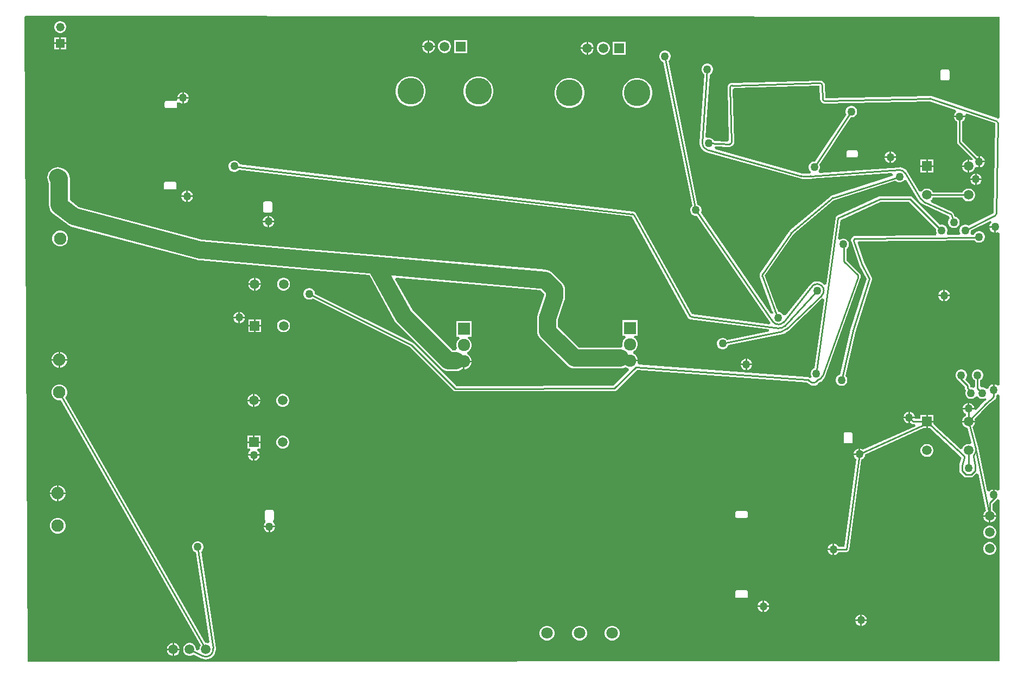
<source format=gbl>
G04*
G04 #@! TF.GenerationSoftware,Altium Limited,Altium Designer,25.4.2 (15)*
G04*
G04 Layer_Physical_Order=2*
G04 Layer_Color=16711680*
%FSLAX44Y44*%
%MOMM*%
G71*
G04*
G04 #@! TF.SameCoordinates,4A3AD181-7CB4-4688-AC2E-BB694ACB6322*
G04*
G04*
G04 #@! TF.FilePolarity,Positive*
G04*
G01*
G75*
%ADD36C,1.4986*%
%ADD39R,1.4986X1.4986*%
%ADD40R,1.4986X1.4986*%
%ADD41R,1.3208X1.3208*%
%ADD42C,1.3208*%
%ADD49C,0.2946*%
%ADD50C,2.7178*%
%ADD51C,0.2946*%
%ADD52R,1.9200X1.9200*%
%ADD53C,1.9200*%
%ADD54R,1.5000X1.5000*%
%ADD55C,1.5000*%
%ADD56C,4.1550*%
%ADD57C,1.9500*%
%ADD58C,1.8000*%
%ADD59C,1.2700*%
G36*
X1774218Y1264586D02*
Y1107214D01*
X1773578Y1106541D01*
X1771698Y1105560D01*
X1771271Y1105461D01*
X1770979Y1105634D01*
X1770970Y1105637D01*
X1770941Y1105641D01*
X1770916Y1105656D01*
X1668039Y1140361D01*
X1667800Y1140392D01*
X1667606Y1140473D01*
X1665893Y1140698D01*
X1665734Y1140730D01*
X1665722D01*
X1665675Y1140721D01*
X1665629Y1140729D01*
X1502506Y1137021D01*
X1501549Y1158077D01*
X1501435Y1158540D01*
X1501298Y1159575D01*
X1500597Y1161268D01*
X1499482Y1162721D01*
X1498028Y1163837D01*
X1496335Y1164538D01*
X1494581Y1164769D01*
X1494451Y1164795D01*
X1494440D01*
X1494385Y1164784D01*
X1494331Y1164794D01*
X1356660Y1161139D01*
X1356233Y1161042D01*
X1355030Y1160883D01*
X1353337Y1160182D01*
X1351884Y1159066D01*
X1350768Y1157613D01*
X1350067Y1155920D01*
X1349833Y1154143D01*
X1349810Y1154028D01*
Y1154021D01*
X1349821Y1153964D01*
X1349812Y1153907D01*
X1352089Y1071927D01*
X1349997Y1069852D01*
X1328868Y1070606D01*
X1327914Y1072259D01*
X1326259Y1073914D01*
X1324231Y1075084D01*
X1321970Y1075690D01*
X1319630D01*
X1318042Y1075265D01*
X1316140Y1076323D01*
X1315224Y1077248D01*
X1321803Y1174150D01*
X1323719Y1175256D01*
X1325374Y1176911D01*
X1326544Y1178939D01*
X1327150Y1181200D01*
Y1183540D01*
X1326544Y1185801D01*
X1325374Y1187829D01*
X1323719Y1189484D01*
X1321691Y1190654D01*
X1319430Y1191260D01*
X1317090D01*
X1314829Y1190654D01*
X1312801Y1189484D01*
X1311146Y1187829D01*
X1309976Y1185801D01*
X1309370Y1183540D01*
Y1181200D01*
X1309976Y1178939D01*
X1311146Y1176911D01*
X1312801Y1175256D01*
X1313643Y1174771D01*
X1306378Y1067779D01*
X1306403Y1067587D01*
X1306299Y1066800D01*
X1306794Y1063047D01*
X1308242Y1059550D01*
X1310547Y1056547D01*
X1313550Y1054242D01*
X1316916Y1052848D01*
X1316923Y1052874D01*
X1316923Y1052874D01*
X1464072Y1011911D01*
X1464073Y1011911D01*
X1464073Y1011911D01*
X1464073Y1011911D01*
X1464073Y1011911D01*
X1464281Y1011853D01*
X1464314Y1011848D01*
X1464370Y1011825D01*
X1466850Y1011498D01*
Y1011502D01*
X1479550D01*
X1479550Y1011498D01*
X1480222Y1011525D01*
X1482415Y1011680D01*
X1482422Y1011680D01*
X1482426Y1011681D01*
X1606159Y1020381D01*
X1608233Y1017738D01*
X1607534Y1015861D01*
X1513155Y985787D01*
X1513064Y985736D01*
X1512961Y985719D01*
X1512952Y985716D01*
X1512604Y985500D01*
X1511782Y985159D01*
X1511173Y984692D01*
X1510755Y984461D01*
X1446732Y930481D01*
X1446546Y930249D01*
X1446306Y930064D01*
X1445826Y929439D01*
X1445482Y929107D01*
X1400997Y864850D01*
X1400882Y864584D01*
X1400704Y864353D01*
X1400003Y862660D01*
X1399764Y860843D01*
X1400003Y859026D01*
X1400238Y858460D01*
X1400284Y858162D01*
X1419935Y804622D01*
X1420094Y804361D01*
X1420168Y804063D01*
X1420997Y802292D01*
X1420415Y801312D01*
X1416918Y801191D01*
X1308335Y958484D01*
X1308764Y959229D01*
X1309370Y961490D01*
Y963830D01*
X1308764Y966091D01*
X1307594Y968119D01*
X1305939Y969774D01*
X1303911Y970944D01*
X1302935Y971206D01*
X1257800Y1195697D01*
X1259334Y1197231D01*
X1260504Y1199259D01*
X1261110Y1201520D01*
Y1203860D01*
X1260504Y1206121D01*
X1259334Y1208149D01*
X1257679Y1209804D01*
X1255651Y1210974D01*
X1253390Y1211580D01*
X1251050D01*
X1248789Y1210974D01*
X1246761Y1209804D01*
X1245106Y1208149D01*
X1243936Y1206121D01*
X1243330Y1203860D01*
Y1201520D01*
X1243936Y1199259D01*
X1245106Y1197231D01*
X1246761Y1195576D01*
X1248789Y1194406D01*
X1249764Y1194144D01*
X1294900Y969653D01*
X1293366Y968119D01*
X1292196Y966091D01*
X1291590Y963830D01*
Y961490D01*
X1292196Y959229D01*
X1293366Y957201D01*
X1295021Y955546D01*
X1297049Y954376D01*
X1299310Y953770D01*
X1301645D01*
X1416472Y787431D01*
X1416622Y787215D01*
X1415081Y784443D01*
X1294164Y800083D01*
X1206998Y956981D01*
X1206991Y956990D01*
X1206987Y957000D01*
X1206983Y957009D01*
X1206901Y957104D01*
X1205809Y958527D01*
X1204355Y959643D01*
X1202662Y960344D01*
X1202086Y960420D01*
X1201683Y960552D01*
X588856Y1033995D01*
X588674Y1034671D01*
X587504Y1036699D01*
X585849Y1038354D01*
X583821Y1039524D01*
X581560Y1040130D01*
X579220D01*
X576959Y1039524D01*
X574931Y1038354D01*
X573276Y1036699D01*
X572106Y1034671D01*
X571500Y1032410D01*
Y1030070D01*
X572106Y1027809D01*
X573276Y1025781D01*
X574931Y1024126D01*
X576959Y1022956D01*
X579220Y1022350D01*
X581560D01*
X583821Y1022956D01*
X585849Y1024126D01*
X587504Y1025781D01*
X587576Y1025906D01*
X1200128Y952496D01*
X1287291Y795603D01*
X1287359Y795522D01*
X1287364Y795511D01*
X1288480Y794058D01*
X1289933Y792942D01*
X1291626Y792241D01*
X1292011Y792190D01*
X1292258Y792088D01*
X1292263Y792087D01*
X1292405Y792086D01*
X1292540Y792041D01*
X1414653Y776247D01*
X1414760Y773302D01*
X1349365Y759977D01*
X1347849Y761494D01*
X1345821Y762664D01*
X1343560Y763270D01*
X1341220D01*
X1338959Y762664D01*
X1336931Y761494D01*
X1335276Y759839D01*
X1334106Y757811D01*
X1333500Y755550D01*
Y753210D01*
X1334106Y750949D01*
X1335276Y748921D01*
X1336931Y747266D01*
X1338959Y746096D01*
X1341220Y745490D01*
X1343560D01*
X1345821Y746096D01*
X1347849Y747266D01*
X1349504Y748921D01*
X1350674Y750949D01*
X1350942Y751947D01*
X1435271Y769130D01*
X1435272Y769130D01*
X1435273Y769122D01*
X1438928Y770230D01*
X1442379Y772075D01*
X1444920Y774161D01*
X1445070Y774256D01*
X1497731Y824600D01*
X1500507Y823177D01*
X1485485Y715802D01*
X1485009Y715674D01*
X1482981Y714504D01*
X1481326Y712849D01*
X1480156Y710821D01*
X1479550Y708560D01*
Y706220D01*
X1480156Y703959D01*
X1481326Y701931D01*
X1481324Y701810D01*
X1478528Y700191D01*
X1477603Y700856D01*
X1477300Y700993D01*
X1477007Y701218D01*
X1475314Y701919D01*
X1474540Y702021D01*
X1474111Y702150D01*
X1474100Y702151D01*
X1474055Y702146D01*
X1474011Y702158D01*
X1211113Y721407D01*
X1209316Y724493D01*
X1209750Y726112D01*
Y726440D01*
X1197610D01*
Y728980D01*
X1209750D01*
Y729308D01*
X1208923Y732396D01*
X1207324Y735164D01*
X1205064Y737424D01*
X1202622Y738834D01*
X1202409Y740410D01*
X1202622Y741986D01*
X1205064Y743396D01*
X1207324Y745656D01*
X1208923Y748424D01*
X1209750Y751512D01*
Y754708D01*
X1208923Y757796D01*
X1207324Y760564D01*
X1205064Y762824D01*
X1204026Y763424D01*
X1204816Y766370D01*
X1209750D01*
Y790650D01*
X1185470D01*
Y766370D01*
X1190404D01*
X1191194Y763424D01*
X1190156Y762824D01*
X1187896Y760564D01*
X1186297Y757796D01*
X1185470Y754708D01*
Y751512D01*
X1185732Y750536D01*
X1183413Y747804D01*
X1182370Y747906D01*
X1117784D01*
X1085288Y780402D01*
Y791871D01*
X1085890Y793613D01*
X1095615Y821750D01*
X1095872Y822824D01*
X1096193Y823882D01*
X1096240Y824366D01*
X1096354Y824840D01*
X1096396Y825944D01*
X1096504Y827044D01*
Y838292D01*
X1096300Y840368D01*
X1096193Y841453D01*
X1096193Y841453D01*
X1096193Y841454D01*
X1095659Y843212D01*
X1095271Y844494D01*
X1095270Y844494D01*
X1095270Y844494D01*
X1094634Y845685D01*
X1093773Y847296D01*
X1093773Y847296D01*
X1093773Y847296D01*
X1092891Y848370D01*
X1091758Y849752D01*
X1083798Y857712D01*
X1083795Y857714D01*
X1076802Y864708D01*
X1076118Y865269D01*
X1075485Y865888D01*
X1074893Y866275D01*
X1074346Y866723D01*
X1073565Y867141D01*
X1072824Y867624D01*
X1072168Y867888D01*
X1071544Y868221D01*
X1070697Y868478D01*
X1069876Y868808D01*
X1069181Y868938D01*
X1068504Y869144D01*
X1067623Y869230D01*
X1066753Y869393D01*
X802366Y892506D01*
X691430Y902204D01*
X530692Y916256D01*
X530692D01*
X530691Y916256D01*
X529746Y916339D01*
X337449Y967455D01*
X323547Y978016D01*
Y1012190D01*
X323236Y1015352D01*
X322313Y1018392D01*
X320816Y1021194D01*
X318800Y1023650D01*
X316344Y1025666D01*
X313542Y1027163D01*
X313163Y1027278D01*
X311002Y1028433D01*
X307962Y1029356D01*
X304800Y1029667D01*
X301638Y1029356D01*
X298598Y1028433D01*
X295796Y1026936D01*
X293340Y1024920D01*
X291324Y1022464D01*
X289827Y1019662D01*
X288904Y1016622D01*
X288593Y1013460D01*
X288904Y1010298D01*
X289827Y1007258D01*
X291133Y1004814D01*
Y970280D01*
X291444Y967118D01*
X292367Y964078D01*
X293864Y961276D01*
X295880Y958820D01*
X297150Y957550D01*
X298000Y956852D01*
X298806Y956104D01*
X320390Y939709D01*
X321721Y938890D01*
X323054Y938064D01*
X323076Y938056D01*
X323096Y938044D01*
X324565Y937499D01*
X326030Y936951D01*
X522774Y884652D01*
X524154Y884427D01*
X525527Y884170D01*
X527869Y883965D01*
X688607Y869913D01*
X790960Y860965D01*
X830604Y789476D01*
X830985Y788923D01*
X831302Y788331D01*
X831886Y787619D01*
X832410Y786861D01*
X832892Y786394D01*
X833317Y785875D01*
X902943Y716250D01*
X905399Y714234D01*
X908201Y712737D01*
X911241Y711814D01*
X914403Y711503D01*
X925830D01*
X928992Y711814D01*
X932032Y712737D01*
X934834Y714234D01*
X935411Y714707D01*
X936932Y714300D01*
X937260D01*
Y726440D01*
X938530D01*
Y727710D01*
X950670D01*
Y728038D01*
X949843Y731126D01*
X948244Y733894D01*
X945984Y736154D01*
X943542Y737564D01*
X943328Y739140D01*
X943542Y740716D01*
X945984Y742126D01*
X948244Y744386D01*
X949843Y747154D01*
X950670Y750242D01*
Y753438D01*
X949843Y756526D01*
X948244Y759294D01*
X945984Y761554D01*
X944946Y762154D01*
X945736Y765100D01*
X950670D01*
Y789380D01*
X926390D01*
Y765100D01*
X931324D01*
X932114Y762154D01*
X931076Y761554D01*
X928816Y759294D01*
X927217Y756526D01*
X926390Y753438D01*
Y750242D01*
X927217Y747154D01*
X927470Y746716D01*
X926017Y744236D01*
X925684Y743917D01*
X921116D01*
X857847Y807186D01*
X831435Y854816D01*
X833039Y857287D01*
X1058053Y837616D01*
X1060876Y834793D01*
X1060879Y834790D01*
X1064090Y831579D01*
Y829765D01*
X1055255Y804201D01*
X1053764Y799887D01*
X1053507Y798812D01*
X1053186Y797755D01*
X1053138Y797270D01*
X1053025Y796797D01*
X1052983Y795693D01*
X1052874Y794593D01*
Y778771D01*
Y773689D01*
X1053186Y770527D01*
X1054108Y767486D01*
X1055606Y764684D01*
X1057621Y762228D01*
X1099611Y720239D01*
X1102066Y718224D01*
X1104868Y716726D01*
X1107909Y715804D01*
X1111071Y715492D01*
X1182370D01*
X1185532Y715804D01*
X1188572Y716726D01*
X1190536Y717776D01*
X1192924Y716397D01*
X1195013Y715838D01*
X1196190Y712848D01*
X1171555Y688213D01*
X1120534D01*
X1120534Y688213D01*
X1063054D01*
X1061613Y687926D01*
X926950D01*
X860454Y754422D01*
X860179Y754606D01*
X859953Y754849D01*
X859187Y755401D01*
X858886Y755538D01*
X858625Y755741D01*
X706120Y831980D01*
Y833020D01*
X705514Y835281D01*
X704344Y837309D01*
X702689Y838964D01*
X700661Y840134D01*
X698400Y840740D01*
X696060D01*
X693799Y840134D01*
X691771Y838964D01*
X690116Y837309D01*
X688946Y835281D01*
X688340Y833020D01*
Y830680D01*
X688946Y828419D01*
X690116Y826391D01*
X691771Y824736D01*
X693799Y823566D01*
X696060Y822960D01*
X698400D01*
X700661Y823566D01*
X702513Y824635D01*
X854670Y748569D01*
X854901Y748402D01*
X922362Y680941D01*
X923690Y680054D01*
X925256Y679743D01*
X1062767D01*
X1064208Y680029D01*
X1120534D01*
X1120534Y680029D01*
X1173250D01*
X1174816Y680341D01*
X1176143Y681228D01*
X1208322Y713406D01*
X1472548Y694060D01*
X1474577Y692783D01*
X1474914Y692570D01*
X1475052Y692513D01*
X1477351Y690795D01*
X1477351Y690795D01*
X1479576Y689577D01*
X1479805Y689424D01*
X1480139Y689357D01*
X1481326Y688866D01*
X1483805Y688539D01*
X1486285Y688866D01*
X1488596Y689823D01*
X1490581Y691346D01*
X1492103Y693330D01*
X1492122Y693374D01*
X1492193Y693384D01*
X1495690Y694832D01*
X1498693Y697137D01*
X1500998Y700140D01*
X1501833Y702157D01*
X1502048Y702514D01*
X1557006Y855890D01*
X1557109Y856581D01*
X1557246Y857266D01*
X1557249Y861064D01*
X1556940Y862630D01*
X1556054Y863959D01*
X1535668Y884382D01*
Y902125D01*
X1535809Y902206D01*
X1537464Y903861D01*
X1538634Y905889D01*
X1539240Y908150D01*
Y910490D01*
X1538634Y912751D01*
X1537464Y914779D01*
X1535809Y916434D01*
X1533781Y917604D01*
X1531520Y918210D01*
X1529180D01*
X1526919Y917604D01*
X1524891Y916434D01*
X1524775Y916318D01*
X1521994Y917703D01*
X1526130Y947271D01*
X1588899Y975999D01*
X1633145D01*
X1675538Y933605D01*
X1675130Y932080D01*
Y929740D01*
X1675736Y927479D01*
X1676303Y926497D01*
X1675052Y923801D01*
X1674754Y923535D01*
X1548450Y922329D01*
X1547686Y922170D01*
X1546923Y922018D01*
X1546906Y922007D01*
X1546887Y922003D01*
X1546243Y921564D01*
X1545595Y921131D01*
X1543881Y919417D01*
X1542994Y918089D01*
X1542682Y916523D01*
Y914805D01*
X1542816Y914136D01*
X1542910Y913461D01*
X1555683Y876739D01*
X1555834Y876482D01*
X1555917Y876195D01*
X1556015Y876006D01*
X1566763Y855337D01*
X1541721Y776038D01*
X1541701Y775855D01*
X1541655Y775742D01*
X1541642Y775650D01*
X1541575Y775500D01*
X1525587Y705838D01*
X1524379Y705514D01*
X1522351Y704344D01*
X1520696Y702689D01*
X1519526Y700661D01*
X1518920Y698400D01*
Y696060D01*
X1519526Y693799D01*
X1520696Y691771D01*
X1522351Y690116D01*
X1524379Y688946D01*
X1526640Y688340D01*
X1528980D01*
X1531241Y688946D01*
X1533269Y690116D01*
X1534924Y691771D01*
X1536094Y693799D01*
X1536700Y696060D01*
Y698400D01*
X1536094Y700661D01*
X1534924Y702689D01*
X1533571Y704041D01*
X1548915Y770896D01*
X1549579Y773567D01*
X1549614Y773652D01*
X1550380Y776281D01*
X1575077Y854489D01*
X1575252Y856076D01*
X1574806Y857609D01*
X1563315Y879707D01*
X1552156Y911787D01*
X1553852Y914197D01*
X1734960Y915926D01*
X1735326Y915291D01*
X1736981Y913636D01*
X1739009Y912466D01*
X1741270Y911860D01*
X1743610D01*
X1745871Y912466D01*
X1747899Y913636D01*
X1749554Y915291D01*
X1750724Y917319D01*
X1751330Y919580D01*
Y921920D01*
X1750724Y924181D01*
X1749554Y926209D01*
X1747899Y927864D01*
X1745871Y929034D01*
X1743610Y929640D01*
X1741270D01*
X1739009Y929034D01*
X1736981Y927864D01*
X1735326Y926209D01*
X1734156Y924181D01*
X1734135Y924102D01*
X1730567Y924068D01*
X1728857Y926998D01*
X1729134Y927479D01*
X1729740Y929740D01*
Y930780D01*
X1760361Y946090D01*
X1761799Y943518D01*
X1760143Y941863D01*
X1758973Y939836D01*
X1758394Y937675D01*
X1767257D01*
Y936405D01*
X1768527D01*
Y927541D01*
X1770688Y928120D01*
X1771271Y928457D01*
X1774218Y926777D01*
Y689811D01*
X1771271Y688591D01*
X1770759Y689104D01*
X1768731Y690274D01*
X1766570Y690853D01*
Y681990D01*
X1764030D01*
Y690853D01*
X1761869Y690274D01*
X1759841Y689104D01*
X1758186Y687449D01*
X1757016Y685421D01*
X1756741Y684395D01*
X1753771Y683409D01*
X1753574Y683428D01*
X1752979Y684024D01*
X1750951Y685194D01*
X1748690Y685800D01*
X1746350D01*
X1743992Y688144D01*
Y696947D01*
X1745359Y697736D01*
X1747014Y699391D01*
X1748184Y701419D01*
X1748790Y703680D01*
Y706020D01*
X1748184Y708281D01*
X1747014Y710309D01*
X1745359Y711964D01*
X1743331Y713134D01*
X1741070Y713740D01*
X1738730D01*
X1736469Y713134D01*
X1734441Y711964D01*
X1732786Y710309D01*
X1731616Y708281D01*
X1731010Y706020D01*
Y703680D01*
X1731616Y701419D01*
X1732786Y699391D01*
X1734441Y697736D01*
X1735808Y696947D01*
Y687074D01*
X1733521Y685444D01*
X1732862Y685277D01*
X1730910Y685800D01*
X1729276D01*
X1728350Y686726D01*
Y688742D01*
X1728038Y690308D01*
X1727151Y691635D01*
X1720504Y698282D01*
X1721614Y699391D01*
X1722784Y701419D01*
X1723390Y703680D01*
Y706020D01*
X1722784Y708281D01*
X1721614Y710309D01*
X1719959Y711964D01*
X1717931Y713134D01*
X1715670Y713740D01*
X1713330D01*
X1711069Y713134D01*
X1709041Y711964D01*
X1707386Y710309D01*
X1706216Y708281D01*
X1705610Y706020D01*
Y703680D01*
X1706216Y701419D01*
X1707386Y699391D01*
X1709041Y697736D01*
X1710215Y697059D01*
X1710337Y696877D01*
X1720166Y687047D01*
Y685031D01*
X1720478Y683465D01*
X1721365Y682138D01*
X1722080Y681423D01*
X1721456Y680341D01*
X1720850Y678080D01*
Y675740D01*
X1721456Y673479D01*
X1722626Y671451D01*
X1724281Y669796D01*
X1726309Y668626D01*
X1728570Y668020D01*
X1730910D01*
X1733171Y668626D01*
X1735199Y669796D01*
X1736854Y671451D01*
X1736929Y671581D01*
X1740331D01*
X1740406Y671451D01*
X1742061Y669796D01*
X1744089Y668626D01*
X1746350Y668020D01*
X1748690D01*
X1750951Y668626D01*
X1752496Y669517D01*
X1754144Y667067D01*
X1751358Y664900D01*
X1751160Y664672D01*
X1750913Y664498D01*
X1737592Y650572D01*
X1735604Y651316D01*
X1735359Y651510D01*
X1717067D01*
X1717646Y649349D01*
X1718816Y647321D01*
X1720471Y645666D01*
X1721838Y644877D01*
Y641683D01*
X1719770Y640488D01*
X1717902Y638620D01*
X1716581Y636333D01*
X1715897Y633781D01*
Y633730D01*
X1735963D01*
Y633781D01*
X1735283Y636319D01*
X1756619Y658625D01*
X1766675Y666445D01*
X1766930Y666740D01*
X1767317Y667037D01*
X1768433Y668491D01*
X1769134Y670184D01*
X1769337Y671725D01*
X1769392Y672001D01*
X1769392D01*
Y673419D01*
X1771574Y674898D01*
X1774218Y673683D01*
Y525981D01*
X1771271Y524761D01*
X1770759Y525274D01*
X1768731Y526444D01*
X1766570Y527023D01*
Y518160D01*
X1764030D01*
Y527023D01*
X1761869Y526444D01*
X1759841Y525274D01*
X1758186Y523619D01*
X1758153Y523560D01*
X1755039Y524061D01*
X1741215Y590568D01*
X1741214Y590570D01*
X1741214Y590574D01*
X1741214Y590576D01*
X1741203Y590627D01*
X1741054Y590976D01*
X1741032Y591087D01*
X1741010Y591448D01*
X1732245Y624586D01*
X1733958Y626300D01*
X1735279Y628587D01*
X1735963Y631139D01*
Y631190D01*
X1715897D01*
Y631139D01*
X1716581Y628587D01*
X1717902Y626300D01*
X1719770Y624432D01*
X1722057Y623111D01*
X1724331Y622501D01*
X1730359Y599710D01*
X1727947Y597306D01*
X1727251Y597493D01*
X1724609D01*
X1722057Y596809D01*
X1719770Y595488D01*
X1717902Y593620D01*
X1716581Y591332D01*
X1716302Y590292D01*
X1713089Y589253D01*
X1670963Y628300D01*
Y631190D01*
X1662200D01*
Y622427D01*
X1665260D01*
X1714915Y576403D01*
Y576290D01*
X1711652Y565552D01*
X1711593Y564953D01*
X1711475Y564363D01*
Y555777D01*
X1711786Y554212D01*
X1712673Y552884D01*
X1718744Y546814D01*
X1720072Y545927D01*
X1721637Y545615D01*
X1730223D01*
X1731788Y545927D01*
X1733116Y546814D01*
X1737939Y551637D01*
X1741148Y550679D01*
X1753069Y493329D01*
X1752790Y493168D01*
X1750922Y491300D01*
X1749601Y489013D01*
X1748917Y486461D01*
Y486410D01*
X1758950D01*
X1768983D01*
Y486461D01*
X1768299Y489013D01*
X1766978Y491300D01*
X1765110Y493168D01*
X1763042Y494363D01*
Y503765D01*
X1769728Y510451D01*
X1770759Y511046D01*
X1771271Y511559D01*
X1774218Y510339D01*
Y258746D01*
X257838Y257477D01*
X252768Y1263767D01*
X254847Y1265855D01*
X1774218Y1264586D01*
D02*
G37*
G36*
X1494382Y1135531D02*
X1494496Y1135069D01*
X1494632Y1134034D01*
X1495333Y1132341D01*
X1496449Y1130888D01*
X1497903Y1129772D01*
X1499596Y1129071D01*
X1501413Y1128831D01*
X1501443Y1128835D01*
X1501563Y1128814D01*
X1665453Y1132539D01*
X1665789Y1132400D01*
X1665813Y1132410D01*
X1665874Y1132455D01*
X1705981Y1118925D01*
X1706392Y1116474D01*
X1706364Y1115686D01*
X1704846Y1114169D01*
X1703676Y1112141D01*
X1703097Y1109980D01*
X1720823D01*
X1720579Y1110891D01*
X1722816Y1113223D01*
X1722846Y1113236D01*
X1767507Y1098169D01*
X1765062Y957591D01*
X1726132Y938126D01*
X1724281Y939194D01*
X1722020Y939800D01*
X1719680D01*
X1717419Y939194D01*
X1715391Y938024D01*
X1713736Y936369D01*
X1712566Y934341D01*
X1711960Y932080D01*
Y929740D01*
X1712566Y927479D01*
X1712931Y926846D01*
X1711307Y923884D01*
X1693360Y923713D01*
X1693325Y923740D01*
X1691823Y926645D01*
X1692304Y927479D01*
X1692910Y929740D01*
Y932080D01*
X1692304Y934341D01*
X1691134Y936369D01*
X1689479Y938024D01*
X1687451Y939194D01*
X1685190Y939800D01*
X1682850D01*
X1681325Y939391D01*
X1637733Y982984D01*
X1636405Y983871D01*
X1634839Y984182D01*
X1588007D01*
X1587932Y984167D01*
X1587858Y984180D01*
X1587152Y984012D01*
X1586441Y983871D01*
X1586378Y983829D01*
X1586304Y983811D01*
X1520686Y953779D01*
X1520325Y953519D01*
X1519924Y953325D01*
X1519684Y953056D01*
X1519392Y952844D01*
X1519158Y952465D01*
X1518862Y952133D01*
X1518743Y951793D01*
X1518554Y951485D01*
X1518483Y951046D01*
X1518336Y950626D01*
X1503836Y846976D01*
X1500747Y846162D01*
X1499963Y847183D01*
X1496960Y849488D01*
X1493463Y850936D01*
X1489710Y851431D01*
X1485957Y850936D01*
X1482460Y849488D01*
X1479457Y847183D01*
X1478694Y846189D01*
X1478426Y845964D01*
X1440369Y798426D01*
X1439604Y798290D01*
X1436922Y798835D01*
X1436288Y799934D01*
X1434632Y801590D01*
X1432605Y802760D01*
X1430344Y803366D01*
X1429530D01*
X1428828Y804866D01*
X1428775Y804979D01*
X1428351Y805926D01*
X1427625Y807553D01*
X1427624Y807554D01*
X1426644Y810094D01*
X1408073Y860693D01*
X1451996Y924139D01*
X1452077Y924143D01*
X1452183Y924187D01*
X1452273Y924405D01*
X1454444Y926279D01*
X1513807Y976331D01*
X1516054Y978104D01*
X1516099Y978123D01*
Y978122D01*
X1516104Y978137D01*
X1611828Y1008639D01*
X1612646Y1007820D01*
X1614674Y1006650D01*
X1616935Y1006044D01*
X1619275D01*
X1621536Y1006650D01*
X1623564Y1007820D01*
X1625219Y1009476D01*
X1625247Y1009525D01*
X1628668Y1009557D01*
X1647570Y978189D01*
X1647729Y978014D01*
X1647964Y977576D01*
X1649903Y975213D01*
X1652266Y973274D01*
X1653985Y972355D01*
X1654307Y972118D01*
X1695376Y952859D01*
X1696536Y949649D01*
X1695956Y949069D01*
X1694786Y947041D01*
X1694180Y944780D01*
Y942440D01*
X1694786Y940179D01*
X1695956Y938151D01*
X1697611Y936496D01*
X1699639Y935326D01*
X1701900Y934720D01*
X1704240D01*
X1706501Y935326D01*
X1708529Y936496D01*
X1710184Y938151D01*
X1711354Y940179D01*
X1711960Y942440D01*
Y944780D01*
X1711354Y947041D01*
X1710184Y949069D01*
X1708529Y950724D01*
X1706501Y951894D01*
X1704240Y952500D01*
X1704207D01*
X1702496Y957235D01*
X1701670Y958602D01*
X1701670Y958602D01*
X1701670Y958602D01*
X1700385Y959549D01*
X1667427Y975004D01*
X1667092Y978194D01*
X1667230Y978351D01*
X1668958Y980079D01*
X1670153Y982148D01*
X1716707D01*
X1717902Y980079D01*
X1719770Y978212D01*
X1722057Y976891D01*
X1724609Y976207D01*
X1727251D01*
X1729803Y976891D01*
X1732090Y978212D01*
X1733958Y980079D01*
X1735279Y982367D01*
X1735963Y984919D01*
Y987561D01*
X1735279Y990112D01*
X1733958Y992400D01*
X1732090Y994268D01*
X1729803Y995589D01*
X1727251Y996273D01*
X1724609D01*
X1722057Y995589D01*
X1719770Y994268D01*
X1717902Y992400D01*
X1716707Y990332D01*
X1670153D01*
X1668958Y992400D01*
X1667090Y994268D01*
X1664803Y995589D01*
X1662251Y996273D01*
X1659609D01*
X1657057Y995589D01*
X1654769Y994268D01*
X1652901Y992400D01*
X1652461Y991637D01*
X1649040Y991605D01*
X1630486Y1022395D01*
X1630486Y1022395D01*
X1630496Y1022401D01*
X1628358Y1025188D01*
X1625355Y1027492D01*
X1621858Y1028941D01*
X1618105Y1029435D01*
X1617295Y1029328D01*
X1617091Y1029354D01*
X1493003Y1020628D01*
X1491698Y1023490D01*
X1492436Y1024228D01*
X1493607Y1026255D01*
X1494212Y1028516D01*
Y1030857D01*
X1493607Y1033118D01*
X1493118Y1033964D01*
X1495680Y1037783D01*
X1542401Y1107440D01*
X1544220D01*
X1546481Y1108046D01*
X1548509Y1109216D01*
X1550164Y1110871D01*
X1551334Y1112899D01*
X1551940Y1115160D01*
Y1117500D01*
X1551334Y1119761D01*
X1550164Y1121789D01*
X1548509Y1123444D01*
X1546481Y1124614D01*
X1544220Y1125220D01*
X1541880D01*
X1539619Y1124614D01*
X1537591Y1123444D01*
X1535936Y1121789D01*
X1534766Y1119761D01*
X1534160Y1117500D01*
Y1115160D01*
X1534766Y1112899D01*
X1535433Y1111742D01*
X1488883Y1042341D01*
X1486358Y1038577D01*
X1484152D01*
X1481891Y1037971D01*
X1479864Y1036800D01*
X1478209Y1035145D01*
X1477038Y1033118D01*
X1476432Y1030857D01*
Y1028516D01*
X1477038Y1026255D01*
X1478209Y1024228D01*
X1479784Y1022652D01*
X1479745Y1021222D01*
X1478972Y1019685D01*
X1466850D01*
X1466748Y1019665D01*
X1466486Y1019773D01*
X1466476Y1019737D01*
X1330529Y1057582D01*
X1329460Y1060885D01*
X1330569Y1062357D01*
X1353077Y1061553D01*
X1353152Y1061565D01*
X1353228Y1061550D01*
X1353319Y1061568D01*
X1353327Y1061567D01*
X1355144Y1061806D01*
X1356837Y1062507D01*
X1358291Y1063623D01*
X1359407Y1065077D01*
X1360108Y1066770D01*
X1360347Y1068587D01*
X1360340Y1068645D01*
X1360363Y1068782D01*
X1358082Y1150904D01*
X1360108Y1153044D01*
X1493425Y1156583D01*
X1494382Y1135531D01*
D02*
G37*
%LPC*%
G36*
X309814Y1257554D02*
X307406D01*
X305081Y1256931D01*
X302995Y1255727D01*
X301293Y1254025D01*
X300089Y1251939D01*
X299466Y1249614D01*
Y1247206D01*
X300089Y1244881D01*
X301293Y1242795D01*
X302995Y1241093D01*
X305081Y1239889D01*
X307406Y1239266D01*
X309814D01*
X312139Y1239889D01*
X314224Y1241093D01*
X315927Y1242795D01*
X317131Y1244881D01*
X317754Y1247206D01*
Y1249614D01*
X317131Y1251939D01*
X315927Y1254025D01*
X314224Y1255727D01*
X312139Y1256931D01*
X309814Y1257554D01*
D02*
G37*
G36*
X317754Y1232154D02*
X309880D01*
Y1224280D01*
X317754D01*
Y1232154D01*
D02*
G37*
G36*
X307340D02*
X299466D01*
Y1224280D01*
X307340D01*
Y1232154D01*
D02*
G37*
G36*
X884712Y1228120D02*
X884660D01*
Y1219350D01*
X893430D01*
Y1219402D01*
X892746Y1221955D01*
X891424Y1224245D01*
X889555Y1226114D01*
X887265Y1227436D01*
X884712Y1228120D01*
D02*
G37*
G36*
X882120D02*
X882068D01*
X879515Y1227436D01*
X877225Y1226114D01*
X875356Y1224245D01*
X874034Y1221955D01*
X873350Y1219402D01*
Y1219350D01*
X882120D01*
Y1228120D01*
D02*
G37*
G36*
X1132362Y1225580D02*
X1132310D01*
Y1216810D01*
X1141080D01*
Y1216862D01*
X1140396Y1219415D01*
X1139074Y1221705D01*
X1137205Y1223574D01*
X1134915Y1224896D01*
X1132362Y1225580D01*
D02*
G37*
G36*
X1129770D02*
X1129718D01*
X1127165Y1224896D01*
X1124875Y1223574D01*
X1123006Y1221705D01*
X1121684Y1219415D01*
X1121000Y1216862D01*
Y1216810D01*
X1129770D01*
Y1225580D01*
D02*
G37*
G36*
X317754Y1221740D02*
X309880D01*
Y1213866D01*
X317754D01*
Y1221740D01*
D02*
G37*
G36*
X307340D02*
X299466D01*
Y1213866D01*
X307340D01*
Y1221740D01*
D02*
G37*
G36*
X943430Y1228120D02*
X923350D01*
Y1208040D01*
X943430D01*
Y1228120D01*
D02*
G37*
G36*
X909712D02*
X907068D01*
X904514Y1227436D01*
X902225Y1226114D01*
X900356Y1224245D01*
X899034Y1221955D01*
X898350Y1219402D01*
Y1216758D01*
X899034Y1214205D01*
X900356Y1211915D01*
X902225Y1210046D01*
X904514Y1208724D01*
X907068Y1208040D01*
X909712D01*
X912265Y1208724D01*
X914555Y1210046D01*
X916424Y1211915D01*
X917746Y1214205D01*
X918430Y1216758D01*
Y1219402D01*
X917746Y1221955D01*
X916424Y1224245D01*
X914555Y1226114D01*
X912265Y1227436D01*
X909712Y1228120D01*
D02*
G37*
G36*
X893430Y1216810D02*
X884660D01*
Y1208040D01*
X884712D01*
X887265Y1208724D01*
X889555Y1210046D01*
X891424Y1211915D01*
X892746Y1214205D01*
X893430Y1216758D01*
Y1216810D01*
D02*
G37*
G36*
X882120D02*
X873350D01*
Y1216758D01*
X874034Y1214205D01*
X875356Y1211915D01*
X877225Y1210046D01*
X879515Y1208724D01*
X882068Y1208040D01*
X882120D01*
Y1216810D01*
D02*
G37*
G36*
X1191080Y1225580D02*
X1171000D01*
Y1205500D01*
X1191080D01*
Y1225580D01*
D02*
G37*
G36*
X1157362D02*
X1154718D01*
X1152165Y1224896D01*
X1149875Y1223574D01*
X1148006Y1221705D01*
X1146684Y1219415D01*
X1146000Y1216862D01*
Y1214218D01*
X1146684Y1211665D01*
X1148006Y1209375D01*
X1149875Y1207506D01*
X1152165Y1206184D01*
X1154718Y1205500D01*
X1157362D01*
X1159915Y1206184D01*
X1162205Y1207506D01*
X1164074Y1209375D01*
X1165396Y1211665D01*
X1166080Y1214218D01*
Y1216862D01*
X1165396Y1219415D01*
X1164074Y1221705D01*
X1162205Y1223574D01*
X1159915Y1224896D01*
X1157362Y1225580D01*
D02*
G37*
G36*
X1141080Y1214270D02*
X1132310D01*
Y1205500D01*
X1132362D01*
X1134915Y1206184D01*
X1137205Y1207506D01*
X1139074Y1209375D01*
X1140396Y1211665D01*
X1141080Y1214218D01*
Y1214270D01*
D02*
G37*
G36*
X1129770D02*
X1121000D01*
Y1214218D01*
X1121684Y1211665D01*
X1123006Y1209375D01*
X1124875Y1207506D01*
X1127165Y1206184D01*
X1129718Y1205500D01*
X1129770D01*
Y1214270D01*
D02*
G37*
G36*
X1693545Y1182166D02*
X1684655D01*
X1683664Y1181969D01*
X1682824Y1181407D01*
X1682262Y1180567D01*
X1682065Y1179576D01*
Y1167638D01*
X1682262Y1166647D01*
X1682824Y1165807D01*
X1683664Y1165245D01*
X1684655Y1165048D01*
X1693545D01*
X1694536Y1165245D01*
X1695376Y1165807D01*
X1695938Y1166647D01*
X1696135Y1167638D01*
Y1179576D01*
X1695938Y1180567D01*
X1695376Y1181407D01*
X1694536Y1181969D01*
X1693545Y1182166D01*
D02*
G37*
G36*
X501650Y1146783D02*
Y1139190D01*
X509243D01*
X508664Y1141351D01*
X507494Y1143379D01*
X505839Y1145034D01*
X503811Y1146204D01*
X501650Y1146783D01*
D02*
G37*
G36*
X499110D02*
X496949Y1146204D01*
X494921Y1145034D01*
X493266Y1143379D01*
X492096Y1141351D01*
X491517Y1139190D01*
X499110D01*
Y1146783D01*
D02*
G37*
G36*
X509243Y1136650D02*
X501650D01*
Y1129057D01*
X503811Y1129636D01*
X505839Y1130806D01*
X507494Y1132461D01*
X508664Y1134489D01*
X509243Y1136650D01*
D02*
G37*
G36*
X499110D02*
X491517D01*
X491697Y1135978D01*
X490644Y1133735D01*
X489987Y1133221D01*
X487168Y1133144D01*
X474091D01*
X473100Y1132947D01*
X472260Y1132385D01*
X471698Y1131545D01*
X471501Y1130554D01*
Y1124712D01*
X471698Y1123721D01*
X472260Y1122881D01*
X473100Y1122319D01*
X474091Y1122122D01*
X488569D01*
X489560Y1122319D01*
X490400Y1122881D01*
X490962Y1123721D01*
X491159Y1124712D01*
Y1130436D01*
X491227Y1130496D01*
Y1130496D01*
X491434Y1130680D01*
X491476Y1130699D01*
Y1130699D01*
X491942Y1130913D01*
X491942D01*
X491942Y1130913D01*
D01*
X494867Y1130861D01*
X494921Y1130806D01*
X496949Y1129636D01*
X499110Y1129057D01*
Y1136650D01*
D02*
G37*
G36*
X963686Y1171395D02*
X959094D01*
X954589Y1170499D01*
X950346Y1168742D01*
X946528Y1166190D01*
X943280Y1162942D01*
X940729Y1159124D01*
X938971Y1154881D01*
X938075Y1150376D01*
Y1145784D01*
X938971Y1141279D01*
X940729Y1137036D01*
X943280Y1133218D01*
X946528Y1129970D01*
X950346Y1127419D01*
X954589Y1125661D01*
X959094Y1124765D01*
X963686D01*
X968191Y1125661D01*
X972434Y1127419D01*
X976252Y1129970D01*
X979500Y1133218D01*
X982051Y1137036D01*
X983809Y1141279D01*
X984705Y1145784D01*
Y1150376D01*
X983809Y1154881D01*
X982051Y1159124D01*
X979500Y1162942D01*
X976252Y1166190D01*
X972434Y1168742D01*
X968191Y1170499D01*
X963686Y1171395D01*
D02*
G37*
G36*
X857686D02*
X853094D01*
X848589Y1170499D01*
X844346Y1168742D01*
X840528Y1166190D01*
X837280Y1162942D01*
X834729Y1159124D01*
X832971Y1154881D01*
X832075Y1150376D01*
Y1145784D01*
X832971Y1141279D01*
X834729Y1137036D01*
X837280Y1133218D01*
X840528Y1129970D01*
X844346Y1127419D01*
X848589Y1125661D01*
X853094Y1124765D01*
X857686D01*
X862191Y1125661D01*
X866434Y1127419D01*
X870253Y1129970D01*
X873500Y1133218D01*
X876052Y1137036D01*
X877809Y1141279D01*
X878705Y1145784D01*
Y1150376D01*
X877809Y1154881D01*
X876052Y1159124D01*
X873500Y1162942D01*
X870253Y1166190D01*
X866434Y1168742D01*
X862191Y1170499D01*
X857686Y1171395D01*
D02*
G37*
G36*
X1211336Y1168855D02*
X1206744D01*
X1202239Y1167959D01*
X1197996Y1166201D01*
X1194178Y1163650D01*
X1190930Y1160402D01*
X1188379Y1156584D01*
X1186621Y1152341D01*
X1185725Y1147836D01*
Y1143244D01*
X1186621Y1138739D01*
X1188379Y1134496D01*
X1190930Y1130678D01*
X1194178Y1127430D01*
X1197996Y1124878D01*
X1202239Y1123121D01*
X1206744Y1122225D01*
X1211336D01*
X1215841Y1123121D01*
X1220084Y1124878D01*
X1223902Y1127430D01*
X1227150Y1130678D01*
X1229702Y1134496D01*
X1231459Y1138739D01*
X1232355Y1143244D01*
Y1147836D01*
X1231459Y1152341D01*
X1229702Y1156584D01*
X1227150Y1160402D01*
X1223902Y1163650D01*
X1220084Y1166201D01*
X1215841Y1167959D01*
X1211336Y1168855D01*
D02*
G37*
G36*
X1105337D02*
X1100744D01*
X1096239Y1167959D01*
X1091996Y1166201D01*
X1088178Y1163650D01*
X1084930Y1160402D01*
X1082379Y1156584D01*
X1080621Y1152341D01*
X1079725Y1147836D01*
Y1143244D01*
X1080621Y1138739D01*
X1082379Y1134496D01*
X1084930Y1130678D01*
X1088178Y1127430D01*
X1091996Y1124878D01*
X1096239Y1123121D01*
X1100744Y1122225D01*
X1105337D01*
X1109841Y1123121D01*
X1114084Y1124878D01*
X1117903Y1127430D01*
X1121150Y1130678D01*
X1123702Y1134496D01*
X1125459Y1138739D01*
X1126355Y1143244D01*
Y1147836D01*
X1125459Y1152341D01*
X1123702Y1156584D01*
X1121150Y1160402D01*
X1117903Y1163650D01*
X1114084Y1166201D01*
X1109841Y1167959D01*
X1105337Y1168855D01*
D02*
G37*
G36*
X487299Y1006779D02*
X472821D01*
X471830Y1006582D01*
X470990Y1006020D01*
X470428Y1005180D01*
X470231Y1004189D01*
Y997331D01*
X470428Y996340D01*
X470990Y995500D01*
X471830Y994938D01*
X472821Y994741D01*
X487299D01*
X488290Y994938D01*
X489130Y995500D01*
X489692Y996340D01*
X489889Y997331D01*
Y1004189D01*
X489692Y1005180D01*
X489130Y1006020D01*
X488290Y1006582D01*
X487299Y1006779D01*
D02*
G37*
G36*
X508000Y993113D02*
Y985520D01*
X515593D01*
X515014Y987681D01*
X513844Y989709D01*
X512189Y991364D01*
X510161Y992534D01*
X508000Y993113D01*
D02*
G37*
G36*
X505460D02*
X503299Y992534D01*
X501271Y991364D01*
X499616Y989709D01*
X498446Y987681D01*
X497867Y985520D01*
X505460D01*
Y993113D01*
D02*
G37*
G36*
X515593Y982980D02*
X508000D01*
Y975387D01*
X510161Y975966D01*
X512189Y977136D01*
X513844Y978791D01*
X515014Y980819D01*
X515593Y982980D01*
D02*
G37*
G36*
X505460D02*
X497867D01*
X498446Y980819D01*
X499616Y978791D01*
X501271Y977136D01*
X503299Y975966D01*
X505460Y975387D01*
Y982980D01*
D02*
G37*
G36*
X636905Y976172D02*
X628015D01*
X627024Y975975D01*
X626184Y975413D01*
X625622Y974573D01*
X625425Y973582D01*
Y961644D01*
X625622Y960653D01*
X626184Y959813D01*
X627024Y959251D01*
X628015Y959054D01*
X636905D01*
X637896Y959251D01*
X638736Y959813D01*
X639298Y960653D01*
X639495Y961644D01*
Y973582D01*
X639298Y974573D01*
X638736Y975413D01*
X637896Y975975D01*
X636905Y976172D01*
D02*
G37*
G36*
X635000Y953743D02*
Y946150D01*
X642593D01*
X642014Y948311D01*
X640844Y950339D01*
X639189Y951994D01*
X637161Y953164D01*
X635000Y953743D01*
D02*
G37*
G36*
X632460D02*
X630299Y953164D01*
X628271Y951994D01*
X626616Y950339D01*
X625446Y948311D01*
X624867Y946150D01*
X632460D01*
Y953743D01*
D02*
G37*
G36*
X642593Y943610D02*
X635000D01*
Y936017D01*
X637161Y936596D01*
X639189Y937766D01*
X640844Y939421D01*
X642014Y941449D01*
X642593Y943610D01*
D02*
G37*
G36*
X632460D02*
X624867D01*
X625446Y941449D01*
X626616Y939421D01*
X628271Y937766D01*
X630299Y936596D01*
X632460Y936017D01*
Y943610D01*
D02*
G37*
G36*
X1765987Y935135D02*
X1758394D01*
X1758973Y932973D01*
X1760143Y930946D01*
X1761799Y929291D01*
X1763826Y928120D01*
X1765987Y927541D01*
Y935135D01*
D02*
G37*
G36*
X310228Y930500D02*
X306992D01*
X303866Y929662D01*
X301064Y928044D01*
X298776Y925756D01*
X297157Y922954D01*
X296320Y919828D01*
Y916592D01*
X297157Y913466D01*
X298776Y910664D01*
X301064Y908376D01*
X303866Y906758D01*
X306992Y905920D01*
X310228D01*
X313354Y906758D01*
X316156Y908376D01*
X318444Y910664D01*
X320062Y913466D01*
X320900Y916592D01*
Y919828D01*
X320062Y922954D01*
X318444Y925756D01*
X316156Y928044D01*
X313354Y929662D01*
X310228Y930500D01*
D02*
G37*
G36*
X613461Y857123D02*
X613410D01*
Y848360D01*
X622173D01*
Y848411D01*
X621489Y850963D01*
X620168Y853250D01*
X618300Y855118D01*
X616013Y856439D01*
X613461Y857123D01*
D02*
G37*
G36*
X610870D02*
X610819D01*
X608267Y856439D01*
X605980Y855118D01*
X604112Y853250D01*
X602791Y850963D01*
X602107Y848411D01*
Y848360D01*
X610870D01*
Y857123D01*
D02*
G37*
G36*
X658461D02*
X655819D01*
X653268Y856439D01*
X650980Y855118D01*
X649112Y853250D01*
X647791Y850963D01*
X647107Y848411D01*
Y845769D01*
X647791Y843217D01*
X649112Y840930D01*
X650980Y839062D01*
X653268Y837741D01*
X655819Y837057D01*
X658461D01*
X661013Y837741D01*
X663301Y839062D01*
X665169Y840930D01*
X666489Y843217D01*
X667173Y845769D01*
Y848411D01*
X666489Y850963D01*
X665169Y853250D01*
X663301Y855118D01*
X661013Y856439D01*
X658461Y857123D01*
D02*
G37*
G36*
X622173Y845820D02*
X613410D01*
Y837057D01*
X613461D01*
X616013Y837741D01*
X618300Y839062D01*
X620168Y840930D01*
X621489Y843217D01*
X622173Y845769D01*
Y845820D01*
D02*
G37*
G36*
X610870D02*
X602107D01*
Y845769D01*
X602791Y843217D01*
X604112Y840930D01*
X605980Y839062D01*
X608267Y837741D01*
X610819Y837057D01*
X610870D01*
Y845820D01*
D02*
G37*
G36*
X1689070Y838203D02*
Y830610D01*
X1696663D01*
X1696084Y832771D01*
X1694914Y834799D01*
X1693259Y836454D01*
X1691231Y837624D01*
X1689070Y838203D01*
D02*
G37*
G36*
X1686530D02*
X1684369Y837624D01*
X1682341Y836454D01*
X1680686Y834799D01*
X1679516Y832771D01*
X1678937Y830610D01*
X1686530D01*
Y838203D01*
D02*
G37*
G36*
X1696663Y828070D02*
X1689070D01*
Y820477D01*
X1691231Y821056D01*
X1693259Y822226D01*
X1694914Y823881D01*
X1696084Y825909D01*
X1696663Y828070D01*
D02*
G37*
G36*
X1686530D02*
X1678937D01*
X1679516Y825909D01*
X1680686Y823881D01*
X1682341Y822226D01*
X1684369Y821056D01*
X1686530Y820477D01*
Y828070D01*
D02*
G37*
G36*
X589280Y803883D02*
Y796290D01*
X596873D01*
X596294Y798451D01*
X595124Y800479D01*
X593469Y802134D01*
X591441Y803304D01*
X589280Y803883D01*
D02*
G37*
G36*
X586740D02*
X584579Y803304D01*
X582551Y802134D01*
X580896Y800479D01*
X579726Y798451D01*
X579147Y796290D01*
X586740D01*
Y803883D01*
D02*
G37*
G36*
X596873Y793750D02*
X589280D01*
Y786157D01*
X591441Y786736D01*
X593469Y787906D01*
X595124Y789561D01*
X596294Y791589D01*
X596873Y793750D01*
D02*
G37*
G36*
X586740D02*
X579147D01*
X579726Y791589D01*
X580896Y789561D01*
X582551Y787906D01*
X584579Y786736D01*
X586740Y786157D01*
Y793750D01*
D02*
G37*
G36*
X622173Y792123D02*
X613410D01*
Y783360D01*
X622173D01*
Y792123D01*
D02*
G37*
G36*
X610870D02*
X602107D01*
Y783360D01*
X610870D01*
Y792123D01*
D02*
G37*
G36*
X658461D02*
X655819D01*
X653268Y791439D01*
X650980Y790118D01*
X649112Y788250D01*
X647791Y785963D01*
X647107Y783411D01*
Y780769D01*
X647791Y778217D01*
X649112Y775929D01*
X650980Y774062D01*
X653268Y772741D01*
X655819Y772057D01*
X658461D01*
X661013Y772741D01*
X663301Y774062D01*
X665169Y775929D01*
X666489Y778217D01*
X667173Y780769D01*
Y783411D01*
X666489Y785963D01*
X665169Y788250D01*
X663301Y790118D01*
X661013Y791439D01*
X658461Y792123D01*
D02*
G37*
G36*
X622173Y780820D02*
X613410D01*
Y772057D01*
X622173D01*
Y780820D01*
D02*
G37*
G36*
X610870D02*
X602107D01*
Y772057D01*
X610870D01*
Y780820D01*
D02*
G37*
G36*
X308958Y741270D02*
X308610D01*
Y730250D01*
X319630D01*
Y730598D01*
X318792Y733724D01*
X317174Y736526D01*
X314886Y738814D01*
X312084Y740433D01*
X308958Y741270D01*
D02*
G37*
G36*
X306070D02*
X305722D01*
X302596Y740433D01*
X299794Y738814D01*
X297506Y736526D01*
X295888Y733724D01*
X295050Y730598D01*
Y730250D01*
X306070D01*
Y741270D01*
D02*
G37*
G36*
X1380490Y730543D02*
Y722950D01*
X1388083D01*
X1387504Y725111D01*
X1386334Y727139D01*
X1384679Y728794D01*
X1382651Y729964D01*
X1380490Y730543D01*
D02*
G37*
G36*
X1377950D02*
X1375789Y729964D01*
X1373761Y728794D01*
X1372106Y727139D01*
X1370936Y725111D01*
X1370357Y722950D01*
X1377950D01*
Y730543D01*
D02*
G37*
G36*
X319630Y727710D02*
X308610D01*
Y716690D01*
X308958D01*
X312084Y717527D01*
X314886Y719146D01*
X317174Y721434D01*
X318792Y724236D01*
X319630Y727362D01*
Y727710D01*
D02*
G37*
G36*
X306070D02*
X295050D01*
Y727362D01*
X295888Y724236D01*
X297506Y721434D01*
X299794Y719146D01*
X302596Y717527D01*
X305722Y716690D01*
X306070D01*
Y727710D01*
D02*
G37*
G36*
X950670Y725170D02*
X939800D01*
Y714300D01*
X940128D01*
X943216Y715127D01*
X945984Y716726D01*
X948244Y718986D01*
X949843Y721754D01*
X950670Y724842D01*
Y725170D01*
D02*
G37*
G36*
X1388083Y720410D02*
X1380490D01*
Y712817D01*
X1382651Y713396D01*
X1384679Y714566D01*
X1386334Y716221D01*
X1387504Y718249D01*
X1388083Y720410D01*
D02*
G37*
G36*
X1377950D02*
X1370357D01*
X1370936Y718249D01*
X1372106Y716221D01*
X1373761Y714566D01*
X1375789Y713396D01*
X1377950Y712817D01*
Y720410D01*
D02*
G37*
G36*
X612191Y675513D02*
X612140D01*
Y666750D01*
X620903D01*
Y666801D01*
X620219Y669353D01*
X618898Y671640D01*
X617030Y673508D01*
X614743Y674829D01*
X612191Y675513D01*
D02*
G37*
G36*
X609600D02*
X609549D01*
X606997Y674829D01*
X604710Y673508D01*
X602842Y671640D01*
X601521Y669353D01*
X600837Y666801D01*
Y666750D01*
X609600D01*
Y675513D01*
D02*
G37*
G36*
X657191D02*
X654549D01*
X651998Y674829D01*
X649710Y673508D01*
X647842Y671640D01*
X646521Y669353D01*
X645837Y666801D01*
Y664159D01*
X646521Y661607D01*
X647842Y659320D01*
X649710Y657452D01*
X651998Y656131D01*
X654549Y655447D01*
X657191D01*
X659743Y656131D01*
X662031Y657452D01*
X663898Y659320D01*
X665219Y661607D01*
X665903Y664159D01*
Y666801D01*
X665219Y669353D01*
X663898Y671640D01*
X662031Y673508D01*
X659743Y674829D01*
X657191Y675513D01*
D02*
G37*
G36*
X620903Y664210D02*
X612140D01*
Y655447D01*
X612191D01*
X614743Y656131D01*
X617030Y657452D01*
X618898Y659320D01*
X620219Y661607D01*
X620903Y664159D01*
Y664210D01*
D02*
G37*
G36*
X609600D02*
X600837D01*
Y664159D01*
X601521Y661607D01*
X602842Y659320D01*
X604710Y657452D01*
X606997Y656131D01*
X609549Y655447D01*
X609600D01*
Y664210D01*
D02*
G37*
G36*
X1727200Y661643D02*
Y654050D01*
X1734793D01*
X1734214Y656211D01*
X1733044Y658239D01*
X1731389Y659894D01*
X1729361Y661064D01*
X1727200Y661643D01*
D02*
G37*
G36*
X1724660D02*
X1722499Y661064D01*
X1720471Y659894D01*
X1718816Y658239D01*
X1717646Y656211D01*
X1717067Y654050D01*
X1724660D01*
Y661643D01*
D02*
G37*
G36*
X1634490Y647673D02*
Y640080D01*
X1642083D01*
X1641504Y642241D01*
X1640334Y644269D01*
X1638679Y645924D01*
X1636651Y647094D01*
X1634490Y647673D01*
D02*
G37*
G36*
X1631950D02*
X1629789Y647094D01*
X1627761Y645924D01*
X1626106Y644269D01*
X1624936Y642241D01*
X1624357Y640080D01*
X1631950D01*
Y647673D01*
D02*
G37*
G36*
X1659660Y642493D02*
X1650897D01*
Y636552D01*
X1642945D01*
X1642186Y637540D01*
X1634490D01*
Y629947D01*
X1635915Y630328D01*
X1636677Y629567D01*
X1638004Y628680D01*
X1639570Y628368D01*
X1642239D01*
X1642859Y625488D01*
X1561318Y588664D01*
X1561209Y588774D01*
X1559181Y589944D01*
X1557020Y590523D01*
Y581660D01*
X1555750D01*
Y580390D01*
X1546887D01*
X1547466Y578229D01*
X1548636Y576201D01*
X1550291Y574546D01*
X1550621Y574356D01*
X1531860Y437162D01*
X1523013D01*
X1522224Y438529D01*
X1520569Y440184D01*
X1518541Y441354D01*
X1516380Y441933D01*
Y433070D01*
Y424207D01*
X1518541Y424786D01*
X1520569Y425956D01*
X1522224Y427611D01*
X1523013Y428978D01*
X1535430D01*
X1535945Y429081D01*
X1536469Y429112D01*
X1536721Y429235D01*
X1536996Y429290D01*
X1537433Y429581D01*
X1537905Y429811D01*
X1538090Y430021D01*
X1538323Y430177D01*
X1538615Y430613D01*
X1538963Y431006D01*
X1539055Y431271D01*
X1539210Y431504D01*
X1539313Y432019D01*
X1539484Y432516D01*
X1558730Y573255D01*
X1559181Y573376D01*
X1561209Y574546D01*
X1562864Y576201D01*
X1564034Y578229D01*
X1564640Y580490D01*
Y581185D01*
X1655965Y622427D01*
X1659660D01*
Y632460D01*
Y642493D01*
D02*
G37*
G36*
X1670963D02*
X1662200D01*
Y633730D01*
X1670963D01*
Y642493D01*
D02*
G37*
G36*
X1631950Y637540D02*
X1624357D01*
X1624936Y635379D01*
X1626106Y633351D01*
X1627761Y631696D01*
X1629789Y630526D01*
X1631950Y629947D01*
Y637540D01*
D02*
G37*
G36*
X620903Y610513D02*
X612140D01*
Y601750D01*
X620903D01*
Y610513D01*
D02*
G37*
G36*
X609600D02*
X600837D01*
Y601750D01*
X609600D01*
Y610513D01*
D02*
G37*
G36*
X1542415Y615619D02*
X1533525D01*
X1532534Y615422D01*
X1531694Y614860D01*
X1531132Y614020D01*
X1530935Y613029D01*
Y601091D01*
X1531132Y600100D01*
X1531694Y599260D01*
X1532534Y598698D01*
X1533525Y598501D01*
X1542415D01*
X1543406Y598698D01*
X1544246Y599260D01*
X1544808Y600100D01*
X1545005Y601091D01*
Y613029D01*
X1544808Y614020D01*
X1544246Y614860D01*
X1543406Y615422D01*
X1542415Y615619D01*
D02*
G37*
G36*
X657191Y610513D02*
X654549D01*
X651998Y609829D01*
X649710Y608508D01*
X647842Y606640D01*
X646521Y604352D01*
X645837Y601801D01*
Y599159D01*
X646521Y596607D01*
X647842Y594319D01*
X649710Y592452D01*
X651998Y591131D01*
X654549Y590447D01*
X657191D01*
X659743Y591131D01*
X662031Y592452D01*
X663898Y594319D01*
X665219Y596607D01*
X665903Y599159D01*
Y601801D01*
X665219Y604352D01*
X663898Y606640D01*
X662031Y608508D01*
X659743Y609829D01*
X657191Y610513D01*
D02*
G37*
G36*
X1554480Y590523D02*
X1552319Y589944D01*
X1550291Y588774D01*
X1548636Y587119D01*
X1547466Y585091D01*
X1546887Y582930D01*
X1554480D01*
Y590523D01*
D02*
G37*
G36*
X620903Y599210D02*
X610870D01*
X600837D01*
Y590447D01*
X604616D01*
X605408Y587516D01*
X605408Y587500D01*
X603756Y585849D01*
X602586Y583821D01*
X602007Y581660D01*
X619733D01*
X619154Y583821D01*
X617984Y585849D01*
X616332Y587500D01*
X616332Y587516D01*
X617124Y590447D01*
X620903D01*
Y599210D01*
D02*
G37*
G36*
X1662251Y597493D02*
X1659609D01*
X1657057Y596809D01*
X1654769Y595488D01*
X1652901Y593620D01*
X1651581Y591332D01*
X1650897Y588781D01*
Y586139D01*
X1651581Y583587D01*
X1652901Y581299D01*
X1654769Y579431D01*
X1657057Y578111D01*
X1659609Y577427D01*
X1662251D01*
X1664803Y578111D01*
X1667090Y579431D01*
X1668958Y581299D01*
X1670279Y583587D01*
X1670963Y586139D01*
Y588781D01*
X1670279Y591332D01*
X1668958Y593620D01*
X1667090Y595488D01*
X1664803Y596809D01*
X1662251Y597493D01*
D02*
G37*
G36*
X619733Y579120D02*
X612140D01*
Y571527D01*
X614301Y572106D01*
X616329Y573276D01*
X617984Y574931D01*
X619154Y576959D01*
X619733Y579120D01*
D02*
G37*
G36*
X609600D02*
X602007D01*
X602586Y576959D01*
X603756Y574931D01*
X605411Y573276D01*
X607439Y572106D01*
X609600Y571527D01*
Y579120D01*
D02*
G37*
G36*
X306418Y532990D02*
X306070D01*
Y521970D01*
X317090D01*
Y522318D01*
X316252Y525444D01*
X314634Y528246D01*
X312346Y530534D01*
X309544Y532152D01*
X306418Y532990D01*
D02*
G37*
G36*
X303530D02*
X303182D01*
X300056Y532152D01*
X297254Y530534D01*
X294966Y528246D01*
X293347Y525444D01*
X292510Y522318D01*
Y521970D01*
X303530D01*
Y532990D01*
D02*
G37*
G36*
X317090Y519430D02*
X306070D01*
Y508410D01*
X306418D01*
X309544Y509248D01*
X312346Y510866D01*
X314634Y513154D01*
X316252Y515956D01*
X317090Y519082D01*
Y519430D01*
D02*
G37*
G36*
X303530D02*
X292510D01*
Y519082D01*
X293347Y515956D01*
X294966Y513154D01*
X297254Y510866D01*
X300056Y509248D01*
X303182Y508410D01*
X303530D01*
Y519430D01*
D02*
G37*
G36*
X1378839Y493318D02*
X1364361D01*
X1363370Y493121D01*
X1362530Y492559D01*
X1361968Y491719D01*
X1361771Y490728D01*
Y484886D01*
X1361968Y483895D01*
X1362530Y483055D01*
X1363370Y482493D01*
X1364361Y482296D01*
X1378839D01*
X1379830Y482493D01*
X1380670Y483055D01*
X1381232Y483895D01*
X1381429Y484886D01*
Y490728D01*
X1381232Y491719D01*
X1380670Y492559D01*
X1379830Y493121D01*
X1378839Y493318D01*
D02*
G37*
G36*
X1768983Y483870D02*
X1760220D01*
Y475107D01*
X1760271D01*
X1762823Y475791D01*
X1765110Y477112D01*
X1766978Y478980D01*
X1768299Y481267D01*
X1768983Y483819D01*
Y483870D01*
D02*
G37*
G36*
X1757680D02*
X1748917D01*
Y483819D01*
X1749601Y481267D01*
X1750922Y478980D01*
X1752790Y477112D01*
X1755077Y475791D01*
X1757629Y475107D01*
X1757680D01*
Y483870D01*
D02*
G37*
G36*
X639445Y494969D02*
X630555D01*
X629564Y494772D01*
X628724Y494210D01*
X628162Y493370D01*
X627965Y492379D01*
Y480441D01*
X628162Y479450D01*
X628693Y478656D01*
X628727Y478600D01*
X629015Y477588D01*
X629119Y475896D01*
X628969Y475172D01*
X627886Y474089D01*
X626716Y472061D01*
X626137Y469900D01*
X643863D01*
X643284Y472061D01*
X642114Y474089D01*
X641031Y475172D01*
X640881Y475896D01*
X640985Y477588D01*
X641273Y478600D01*
X641307Y478656D01*
X641838Y479450D01*
X642035Y480441D01*
Y492379D01*
X641838Y493370D01*
X641276Y494210D01*
X640436Y494772D01*
X639445Y494969D01*
D02*
G37*
G36*
X643863Y467360D02*
X636270D01*
Y459767D01*
X638431Y460346D01*
X640459Y461516D01*
X642114Y463171D01*
X643284Y465199D01*
X643863Y467360D01*
D02*
G37*
G36*
X633730D02*
X626137D01*
X626716Y465199D01*
X627886Y463171D01*
X629541Y461516D01*
X631569Y460346D01*
X633730Y459767D01*
Y467360D01*
D02*
G37*
G36*
X306418Y482190D02*
X303182D01*
X300056Y481353D01*
X297254Y479734D01*
X294966Y477446D01*
X293347Y474644D01*
X292510Y471518D01*
Y468282D01*
X293347Y465156D01*
X294966Y462354D01*
X297254Y460066D01*
X300056Y458447D01*
X303182Y457610D01*
X306418D01*
X309544Y458447D01*
X312346Y460066D01*
X314634Y462354D01*
X316252Y465156D01*
X317090Y468282D01*
Y471518D01*
X316252Y474644D01*
X314634Y477446D01*
X312346Y479734D01*
X309544Y481353D01*
X306418Y482190D01*
D02*
G37*
G36*
X1760271Y469773D02*
X1757629D01*
X1755077Y469089D01*
X1752790Y467768D01*
X1750922Y465900D01*
X1749601Y463613D01*
X1748917Y461061D01*
Y458419D01*
X1749601Y455867D01*
X1750922Y453580D01*
X1752790Y451712D01*
X1755077Y450391D01*
X1757629Y449707D01*
X1760271D01*
X1762823Y450391D01*
X1765110Y451712D01*
X1766978Y453580D01*
X1768299Y455867D01*
X1768983Y458419D01*
Y461061D01*
X1768299Y463613D01*
X1766978Y465900D01*
X1765110Y467768D01*
X1762823Y469089D01*
X1760271Y469773D01*
D02*
G37*
G36*
X1513840Y441933D02*
X1511679Y441354D01*
X1509651Y440184D01*
X1507996Y438529D01*
X1506826Y436501D01*
X1506247Y434340D01*
X1513840D01*
Y441933D01*
D02*
G37*
G36*
X1760271Y444373D02*
X1757629D01*
X1755077Y443689D01*
X1752790Y442368D01*
X1750922Y440500D01*
X1749601Y438213D01*
X1748917Y435661D01*
Y433019D01*
X1749601Y430467D01*
X1750922Y428180D01*
X1752790Y426312D01*
X1755077Y424991D01*
X1757629Y424307D01*
X1760271D01*
X1762823Y424991D01*
X1765110Y426312D01*
X1766978Y428180D01*
X1768299Y430467D01*
X1768983Y433019D01*
Y435661D01*
X1768299Y438213D01*
X1766978Y440500D01*
X1765110Y442368D01*
X1762823Y443689D01*
X1760271Y444373D01*
D02*
G37*
G36*
X1513840Y431800D02*
X1506247D01*
X1506826Y429639D01*
X1507996Y427611D01*
X1509651Y425956D01*
X1511679Y424786D01*
X1513840Y424207D01*
Y431800D01*
D02*
G37*
G36*
X1378839Y369239D02*
X1364361D01*
X1363370Y369042D01*
X1362530Y368480D01*
X1361968Y367640D01*
X1361771Y366649D01*
Y359791D01*
X1361968Y358800D01*
X1362530Y357960D01*
X1363370Y357398D01*
X1364361Y357201D01*
X1378839D01*
X1379830Y357398D01*
X1380670Y357960D01*
X1381232Y358800D01*
X1381429Y359791D01*
Y366649D01*
X1381232Y367640D01*
X1380670Y368480D01*
X1379830Y369042D01*
X1378839Y369239D01*
D02*
G37*
G36*
X1407160Y353033D02*
Y345440D01*
X1414753D01*
X1414174Y347601D01*
X1413004Y349629D01*
X1411349Y351284D01*
X1409321Y352454D01*
X1407160Y353033D01*
D02*
G37*
G36*
X1404620D02*
X1402459Y352454D01*
X1400431Y351284D01*
X1398776Y349629D01*
X1397606Y347601D01*
X1397027Y345440D01*
X1404620D01*
Y353033D01*
D02*
G37*
G36*
X1414753Y342900D02*
X1407160D01*
Y335307D01*
X1409321Y335886D01*
X1411349Y337056D01*
X1413004Y338711D01*
X1414174Y340739D01*
X1414753Y342900D01*
D02*
G37*
G36*
X1404620D02*
X1397027D01*
X1397606Y340739D01*
X1398776Y338711D01*
X1400431Y337056D01*
X1402459Y335886D01*
X1404620Y335307D01*
Y342900D01*
D02*
G37*
G36*
X1559560Y331443D02*
Y323850D01*
X1567153D01*
X1566574Y326011D01*
X1565404Y328039D01*
X1563749Y329694D01*
X1561721Y330864D01*
X1559560Y331443D01*
D02*
G37*
G36*
X1557020D02*
X1554859Y330864D01*
X1552831Y329694D01*
X1551176Y328039D01*
X1550006Y326011D01*
X1549427Y323850D01*
X1557020D01*
Y331443D01*
D02*
G37*
G36*
X1567153Y321310D02*
X1559560D01*
Y313717D01*
X1561721Y314296D01*
X1563749Y315466D01*
X1565404Y317121D01*
X1566574Y319149D01*
X1567153Y321310D01*
D02*
G37*
G36*
X1557020D02*
X1549427D01*
X1550006Y319149D01*
X1551176Y317121D01*
X1552831Y315466D01*
X1554859Y314296D01*
X1557020Y313717D01*
Y321310D01*
D02*
G37*
G36*
X1171189Y313800D02*
X1168151D01*
X1165216Y313013D01*
X1162584Y311494D01*
X1160436Y309346D01*
X1158916Y306714D01*
X1158130Y303779D01*
Y300741D01*
X1158916Y297806D01*
X1160436Y295174D01*
X1162584Y293026D01*
X1165216Y291507D01*
X1168151Y290720D01*
X1171189D01*
X1174124Y291507D01*
X1176756Y293026D01*
X1178904Y295174D01*
X1180424Y297806D01*
X1181210Y300741D01*
Y303779D01*
X1180424Y306714D01*
X1178904Y309346D01*
X1176756Y311494D01*
X1174124Y313013D01*
X1171189Y313800D01*
D02*
G37*
G36*
X1120389D02*
X1117351D01*
X1114416Y313013D01*
X1111784Y311494D01*
X1109636Y309346D01*
X1108117Y306714D01*
X1107330Y303779D01*
Y300741D01*
X1108117Y297806D01*
X1109636Y295174D01*
X1111784Y293026D01*
X1114416Y291507D01*
X1117351Y290720D01*
X1120389D01*
X1123324Y291507D01*
X1125956Y293026D01*
X1128104Y295174D01*
X1129623Y297806D01*
X1130410Y300741D01*
Y303779D01*
X1129623Y306714D01*
X1128104Y309346D01*
X1125956Y311494D01*
X1123324Y313013D01*
X1120389Y313800D01*
D02*
G37*
G36*
X1069589D02*
X1066551D01*
X1063616Y313013D01*
X1060984Y311494D01*
X1058836Y309346D01*
X1057317Y306714D01*
X1056530Y303779D01*
Y300741D01*
X1057317Y297806D01*
X1058836Y295174D01*
X1060984Y293026D01*
X1063616Y291507D01*
X1066551Y290720D01*
X1069589D01*
X1072524Y291507D01*
X1075156Y293026D01*
X1077304Y295174D01*
X1078823Y297806D01*
X1079610Y300741D01*
Y303779D01*
X1078823Y306714D01*
X1077304Y309346D01*
X1075156Y311494D01*
X1072524Y313013D01*
X1069589Y313800D01*
D02*
G37*
G36*
X486461Y286893D02*
X486410D01*
Y278130D01*
X495173D01*
Y278181D01*
X494489Y280733D01*
X493168Y283020D01*
X491300Y284888D01*
X489013Y286209D01*
X486461Y286893D01*
D02*
G37*
G36*
X483870D02*
X483819D01*
X481267Y286209D01*
X478980Y284888D01*
X477112Y283020D01*
X475791Y280733D01*
X475107Y278181D01*
Y278130D01*
X483870D01*
Y286893D01*
D02*
G37*
G36*
X308958Y690470D02*
X305722D01*
X302596Y689632D01*
X299794Y688014D01*
X297506Y685726D01*
X295888Y682924D01*
X295050Y679798D01*
Y676562D01*
X295888Y673436D01*
X297506Y670634D01*
X299794Y668346D01*
X302596Y666728D01*
X305722Y665890D01*
X308958D01*
X309542Y666047D01*
X527816Y282855D01*
X526591Y280733D01*
X525907Y278181D01*
Y276946D01*
X523171Y275032D01*
X520573Y276352D01*
Y278181D01*
X519889Y280733D01*
X518568Y283020D01*
X516700Y284888D01*
X514413Y286209D01*
X511861Y286893D01*
X509219D01*
X506667Y286209D01*
X504380Y284888D01*
X502512Y283020D01*
X501191Y280733D01*
X500507Y278181D01*
Y275539D01*
X501191Y272987D01*
X502512Y270700D01*
X504380Y268832D01*
X506667Y267511D01*
X509219Y266827D01*
X511861D01*
X514413Y267511D01*
X516700Y268832D01*
X516905Y269036D01*
X528874Y262954D01*
X529211Y262860D01*
X529972Y262453D01*
X532898Y261565D01*
X535940Y261266D01*
X538982Y261565D01*
X541908Y262453D01*
X544604Y263894D01*
X546967Y265833D01*
X548906Y268196D01*
X550347Y270892D01*
X551235Y273818D01*
X551535Y276860D01*
X551342Y278810D01*
X551360Y279205D01*
X528480Y429640D01*
X528699Y429766D01*
X530354Y431421D01*
X531524Y433449D01*
X532130Y435710D01*
Y438050D01*
X531524Y440311D01*
X530354Y442339D01*
X528699Y443994D01*
X526671Y445164D01*
X524410Y445770D01*
X522070D01*
X519809Y445164D01*
X517781Y443994D01*
X516126Y442339D01*
X514956Y440311D01*
X514350Y438050D01*
Y435710D01*
X514956Y433449D01*
X516126Y431421D01*
X517781Y429766D01*
X519809Y428596D01*
X520385Y428442D01*
X541662Y288543D01*
X541012Y287722D01*
X539004Y286426D01*
X537261Y286893D01*
X534934D01*
X316648Y670107D01*
X317174Y670634D01*
X318792Y673436D01*
X319630Y676562D01*
Y679798D01*
X318792Y682924D01*
X317174Y685726D01*
X314886Y688014D01*
X312084Y689632D01*
X308958Y690470D01*
D02*
G37*
G36*
X495173Y275590D02*
X486410D01*
Y266827D01*
X486461D01*
X489013Y267511D01*
X491300Y268832D01*
X493168Y270700D01*
X494489Y272987D01*
X495173Y275539D01*
Y275590D01*
D02*
G37*
G36*
X483870D02*
X475107D01*
Y275539D01*
X475791Y272987D01*
X477112Y270700D01*
X478980Y268832D01*
X481267Y267511D01*
X483819Y266827D01*
X483870D01*
Y275590D01*
D02*
G37*
G36*
X1605280Y1054073D02*
Y1046480D01*
X1612873D01*
X1612294Y1048641D01*
X1611124Y1050669D01*
X1609469Y1052324D01*
X1607441Y1053494D01*
X1605280Y1054073D01*
D02*
G37*
G36*
X1602740D02*
X1600579Y1053494D01*
X1598551Y1052324D01*
X1596896Y1050669D01*
X1595726Y1048641D01*
X1595147Y1046480D01*
X1602740D01*
Y1054073D01*
D02*
G37*
G36*
X1550320Y1055872D02*
X1538320D01*
X1537329Y1055675D01*
X1536489Y1055113D01*
X1535927Y1054273D01*
X1535730Y1053282D01*
Y1047298D01*
X1535927Y1046307D01*
X1536489Y1045467D01*
X1537329Y1044905D01*
X1538320Y1044708D01*
X1550320D01*
X1551311Y1044905D01*
X1552151Y1045467D01*
X1552713Y1046307D01*
X1552910Y1047298D01*
Y1053282D01*
X1552713Y1054273D01*
X1552151Y1055113D01*
X1551311Y1055675D01*
X1550320Y1055872D01*
D02*
G37*
G36*
X1720823Y1107440D02*
X1703097D01*
X1703676Y1105279D01*
X1704846Y1103251D01*
X1706501Y1101596D01*
X1707868Y1100807D01*
Y1068839D01*
X1708180Y1067273D01*
X1709067Y1065946D01*
X1732685Y1042327D01*
X1730942Y1040055D01*
X1730801Y1040013D01*
X1729803Y1040589D01*
X1727251Y1041273D01*
X1727200D01*
Y1031240D01*
Y1021207D01*
X1727251D01*
X1729803Y1021891D01*
X1732090Y1023212D01*
X1733958Y1025080D01*
X1735279Y1027367D01*
X1735611Y1028605D01*
X1738337Y1030067D01*
X1738909Y1030103D01*
X1739078Y1030006D01*
X1741239Y1029426D01*
Y1038290D01*
Y1047153D01*
X1739814Y1046771D01*
X1716052Y1070534D01*
Y1100807D01*
X1717419Y1101596D01*
X1719074Y1103251D01*
X1720244Y1105279D01*
X1720823Y1107440D01*
D02*
G37*
G36*
X1743779Y1047153D02*
Y1039560D01*
X1751373D01*
X1750793Y1041721D01*
X1749623Y1043748D01*
X1747968Y1045404D01*
X1745941Y1046574D01*
X1743779Y1047153D01*
D02*
G37*
G36*
X1612873Y1043940D02*
X1605280D01*
Y1036347D01*
X1607441Y1036926D01*
X1609469Y1038096D01*
X1611124Y1039751D01*
X1612294Y1041779D01*
X1612873Y1043940D01*
D02*
G37*
G36*
X1602740D02*
X1595147D01*
X1595726Y1041779D01*
X1596896Y1039751D01*
X1598551Y1038096D01*
X1600579Y1036926D01*
X1602740Y1036347D01*
Y1043940D01*
D02*
G37*
G36*
X1724660Y1041273D02*
X1724609D01*
X1722057Y1040589D01*
X1719770Y1039268D01*
X1717902Y1037400D01*
X1716581Y1035113D01*
X1715897Y1032561D01*
Y1032510D01*
X1724660D01*
Y1041273D01*
D02*
G37*
G36*
X1670963D02*
X1662200D01*
Y1032510D01*
X1670963D01*
Y1041273D01*
D02*
G37*
G36*
X1659660D02*
X1650897D01*
Y1032510D01*
X1659660D01*
Y1041273D01*
D02*
G37*
G36*
X1751373Y1037020D02*
X1743779D01*
Y1029426D01*
X1745941Y1030006D01*
X1747968Y1031176D01*
X1749623Y1032831D01*
X1750793Y1034858D01*
X1751373Y1037020D01*
D02*
G37*
G36*
X1724660Y1029970D02*
X1715897D01*
Y1029919D01*
X1716581Y1027367D01*
X1717902Y1025080D01*
X1719770Y1023212D01*
X1722057Y1021891D01*
X1724609Y1021207D01*
X1724660D01*
Y1029970D01*
D02*
G37*
G36*
X1670963D02*
X1662200D01*
Y1021207D01*
X1670963D01*
Y1029970D01*
D02*
G37*
G36*
X1659660D02*
X1650897D01*
Y1021207D01*
X1659660D01*
Y1029970D01*
D02*
G37*
G36*
X1738631Y1019785D02*
Y1012191D01*
X1746225D01*
X1745645Y1014353D01*
X1744475Y1016380D01*
X1742820Y1018035D01*
X1740793Y1019206D01*
X1738631Y1019785D01*
D02*
G37*
G36*
X1736091D02*
X1733930Y1019206D01*
X1731903Y1018035D01*
X1730247Y1016380D01*
X1729077Y1014353D01*
X1728498Y1012191D01*
X1736091D01*
Y1019785D01*
D02*
G37*
G36*
X1746225Y1009651D02*
X1738631D01*
Y1002058D01*
X1740793Y1002637D01*
X1742820Y1003808D01*
X1744475Y1005463D01*
X1745645Y1007490D01*
X1746225Y1009651D01*
D02*
G37*
G36*
X1736091D02*
X1728498D01*
X1729077Y1007490D01*
X1730247Y1005463D01*
X1731903Y1003808D01*
X1733930Y1002637D01*
X1736091Y1002058D01*
Y1009651D01*
D02*
G37*
%LPD*%
D36*
X485140Y276860D02*
D03*
X510540D02*
D03*
X535940D02*
D03*
X1758950Y485140D02*
D03*
Y459740D02*
D03*
Y434340D02*
D03*
X1725930Y1031240D02*
D03*
Y986240D02*
D03*
X1660930D02*
D03*
X610870Y665480D02*
D03*
X655870D02*
D03*
Y600480D02*
D03*
X612140Y847090D02*
D03*
X657140D02*
D03*
Y782090D02*
D03*
X1725930Y632460D02*
D03*
Y587460D02*
D03*
X1660930D02*
D03*
D39*
Y1031240D02*
D03*
Y632460D02*
D03*
D40*
X610870Y600480D02*
D03*
X612140Y782090D02*
D03*
D41*
X308610Y1223010D02*
D03*
D42*
Y1248410D02*
D03*
D49*
X1764162Y669675D02*
G03*
X1765300Y672001I-1809J2326D01*
G01*
X1764162Y669675D02*
G03*
X1765300Y672001I-1809J2326D01*
G01*
X1734066Y579324D02*
G03*
X1737209Y589735I-8137J8136D01*
G01*
X1545623Y774806D02*
G03*
X1545565Y774592I2812J-880D01*
G01*
X1514389Y981885D02*
G03*
X1513393Y981333I903J-2805D01*
G01*
X1514389Y981885D02*
G03*
X1513393Y981333I903J-2805D01*
G01*
X1449370Y927353D02*
G03*
X1448847Y926777I1899J-2253D01*
G01*
X1449370Y927353D02*
G03*
X1448847Y926777I1899J-2253D01*
G01*
X1404361Y862520D02*
G03*
X1404125Y859572I2423J-1677D01*
G01*
X1404361Y862520D02*
G03*
X1404125Y859572I2423J-1677D01*
G01*
D02*
G03*
X1404126Y859571I2658J1271D01*
G01*
X1423781Y806019D02*
G03*
X1423874Y805798I2761J1028D01*
G01*
X1423781Y806019D02*
G03*
X1423874Y805798I2761J1028D01*
G01*
X1542571Y1115039D02*
G03*
X1543048Y1116314I-2447J1641D01*
G01*
X1542571Y1115039D02*
G03*
X1543048Y1116314I-2447J1641D01*
G01*
X1496871Y829439D02*
G03*
X1481620Y843407I-7161J7491D01*
G01*
X1434455Y773139D02*
G03*
X1442242Y777214I-3165J15531D01*
G01*
X1434455Y773139D02*
G03*
X1442242Y777214I-3165J15531D01*
G01*
X1666731Y1136484D02*
G03*
X1665734Y1136638I-942J-2792D01*
G01*
X1666731Y1136484D02*
G03*
X1665734Y1136638I-942J-2792D01*
G01*
X1497461Y1157892D02*
G03*
X1494451Y1160704I-2943J-134D01*
G01*
X1497461Y1157892D02*
G03*
X1494451Y1160704I-2943J-134D01*
G01*
X1771613Y1098936D02*
G03*
X1769617Y1101776I-2946J51D01*
G01*
X1771613Y1098936D02*
G03*
X1769617Y1101776I-2946J51D01*
G01*
X1767513Y954241D02*
G03*
X1769141Y956816I-1318J2635D01*
G01*
X1767513Y954241D02*
G03*
X1769141Y956816I-1318J2635D01*
G01*
X1626981Y1020283D02*
G03*
X1617378Y1025272I-8876J-5349D01*
G01*
X1626981Y1020283D02*
G03*
X1617378Y1025272I-8876J-5349D01*
G01*
X1479550Y1015594D02*
G03*
X1479935Y1015607I0J5486D01*
G01*
X1465379Y1015795D02*
G03*
X1466850Y1015594I1471J5286D01*
G01*
X1479550D02*
G03*
X1479935Y1015607I0J5486D01*
G01*
X1651075Y980301D02*
G03*
X1656044Y975823I9855J5939D01*
G01*
X1651075Y980301D02*
G03*
X1656044Y975823I9855J5939D01*
G01*
X1465379Y1015795D02*
G03*
X1466850Y1015594I1471J5285D01*
G01*
X1310461Y1067502D02*
G03*
X1318021Y1056816I10339J-702D01*
G01*
X1310461Y1067502D02*
G03*
X1318021Y1056816I10339J-702D01*
G01*
X1490727Y697282D02*
G03*
X1498196Y703894I-2287J10108D01*
G01*
X1490727Y697282D02*
G03*
X1498196Y703894I-2287J10108D01*
G01*
X1490719Y697280D02*
G03*
X1488821Y695849I674J-2868D01*
G01*
X1490719Y697280D02*
G03*
X1488821Y695849I674J-2868D01*
G01*
X1481371Y693204D02*
G03*
X1488595Y695445I2434J4917D01*
G01*
X1475216Y697532D02*
G03*
X1473723Y698076I-1718J-2393D01*
G01*
X1475216Y697532D02*
G03*
X1473723Y698076I-1718J-2393D01*
G01*
X1481371Y693204D02*
G03*
X1488595Y695445I2434J4917D01*
G01*
X1290868Y797590D02*
G03*
X1293060Y796100I2576J1431D01*
G01*
X1290868Y797590D02*
G03*
X1293060Y796100I2576J1431D01*
G01*
X530728Y266602D02*
G03*
X547315Y278590I5212J10258D01*
G01*
X530728Y266602D02*
G03*
X547315Y278590I5212J10258D01*
G01*
X1203416Y955003D02*
G03*
X1201196Y956489I-2571J-1439D01*
G01*
X1496871Y829439D02*
G03*
X1481620Y843407I-7161J7491D01*
G01*
X1420645Y788589D02*
G03*
X1420792Y788382I8529J5887D01*
G01*
X1498469Y1135712D02*
G03*
X1501470Y1132905I2943J139D01*
G01*
X1353228Y1065642D02*
G03*
X1356273Y1068668I99J2945D01*
G01*
X1353227Y1065642D02*
G03*
X1353228Y1065642I100J2945D01*
G01*
X1477749Y695689D02*
G03*
X1477486Y695902I-1982J-2181D01*
G01*
X1477749Y695689D02*
G03*
X1481371Y693204I10691J11701D01*
G01*
X1429961Y778392D02*
G03*
X1438921Y781658I1329J10278D01*
G01*
X1421989Y787008D02*
G03*
X1437264Y787999I7185J7468D01*
G01*
X1420792Y788382D02*
G03*
X1421286Y787754I8382J6094D01*
G01*
X1421286D02*
G03*
X1421989Y787008I7888J6722D01*
G01*
X1356769Y1157048D02*
G03*
X1353902Y1154028I78J-2945D01*
G01*
X1753870Y661670D02*
X1764163Y669675D01*
X1737198Y589786D02*
X1737209Y589735D01*
X1758950Y505460D02*
X1769110Y515620D01*
X1733739Y578997D02*
X1734067Y579324D01*
X697230Y831850D02*
X856795Y752081D01*
X925256Y683834D02*
X1062767D01*
X857561Y751529D02*
X925256Y683834D01*
X856795Y752081D02*
X857561Y751529D01*
X1173250Y684121D02*
X1206752Y717624D01*
X1120534Y684121D02*
X1173250D01*
X1062767Y683834D02*
X1063054Y684121D01*
X1120534D02*
X1120534Y684121D01*
X1063054Y684121D02*
X1120534D01*
X1711960Y1068839D02*
X1742509Y1038290D01*
X1711960Y1068839D02*
Y1108710D01*
X1548489Y918238D02*
X1740523Y920071D01*
X1546774Y914805D02*
X1559547Y878083D01*
X1559646Y877893D02*
X1571176Y855721D01*
X1546774Y916523D02*
X1548489Y918238D01*
X1546774Y914805D02*
Y916523D01*
X1559547Y878083D02*
X1559646Y877893D01*
X1721897Y590311D02*
X1725930Y586278D01*
X1545623Y774806D02*
X1571176Y855721D01*
X1545564Y774585D02*
X1545565Y774592D01*
X1527810Y697230D02*
X1545564Y774585D01*
X1660930Y986240D02*
X1725930D01*
X1449370Y927353D02*
X1513392Y981333D01*
X1404361Y862521D02*
X1448846Y926777D01*
X1423776Y806032D02*
X1423781Y806019D01*
X1404126Y859572D02*
X1423776Y806032D01*
X1543048Y1116314D02*
X1543050Y1116330D01*
X1492281Y1040062D02*
X1542572Y1115039D01*
X1442242Y777214D02*
X1496871Y829439D01*
X1342390Y754380D02*
X1434454Y773139D01*
X1665722Y1136638D02*
X1665734D01*
X1769608Y1101779D02*
X1769617Y1101776D01*
X1494440Y1160703D02*
X1494451D01*
X1769141Y956816D02*
Y956826D01*
X1626981Y1020283D02*
X1651075Y980301D01*
X1479935Y1015607D02*
X1617378Y1025272D01*
X1466850Y1015594D02*
X1479550D01*
X1656044Y975822D02*
X1698647Y955844D01*
X1318021Y1056816D02*
X1465379Y1015795D01*
X1473713Y698077D02*
X1473723Y698076D01*
X1490719Y697280D02*
X1490727Y697282D01*
X1488595Y695445D02*
X1488820Y695849D01*
X1475216Y697532D02*
X1477486Y695902D01*
X1206752Y717624D02*
X1473713Y698077D01*
X1293060Y796100D02*
X1293065Y796099D01*
X580348Y1030893D02*
X1201196Y956489D01*
X510540Y276860D02*
X530728Y266602D01*
X1714500Y701040D02*
Y704850D01*
X1713230Y699770D02*
X1714500Y701040D01*
X1733739Y577473D02*
Y578997D01*
X1721637Y549707D02*
X1730223D01*
X1733739Y577473D02*
X1736293Y564363D01*
X1715567Y555777D02*
Y564363D01*
X1730223Y549707D02*
X1736293Y555777D01*
X1715567Y564363D02*
X1719007Y575682D01*
Y578123D01*
X1718108Y579021D02*
X1719007Y578123D01*
X1715567Y555777D02*
X1721637Y549707D01*
X1736293Y555777D02*
Y564363D01*
X1725930Y560070D02*
Y586278D01*
X1737209Y589735D02*
X1758950Y485140D01*
X1721897Y590311D02*
X1723079D01*
X1725930Y587460D01*
X1515110Y433070D02*
X1535430D01*
X1766570Y516890D02*
X1767840D01*
X1765300Y518160D02*
X1766570Y516890D01*
X1767840D02*
X1769110Y515620D01*
X1758950Y485140D02*
Y505460D01*
X1725930Y632460D02*
Y652780D01*
X1633220Y638810D02*
X1639570Y632460D01*
X1660930D01*
X1737195Y589802D02*
X1737198Y589786D01*
X1203421Y954994D02*
X1290868Y797590D01*
X1203416Y955002D02*
X1203421Y954994D01*
X1666950Y626440D02*
X1718108Y579021D01*
X1725930Y632460D02*
X1737054Y590402D01*
X1660930Y632460D02*
X1666950Y626440D01*
X1654910D02*
X1660930Y632460D01*
X1555750Y581660D02*
X1654910Y626440D01*
X1535430Y433070D02*
X1555750Y581660D01*
X1765300Y672001D02*
Y681990D01*
X1739900Y684629D02*
Y704850D01*
X1747520Y676910D02*
Y677009D01*
X1739900Y684629D02*
X1747520Y677009D01*
X1724258Y685031D02*
Y688742D01*
X1713230Y699770D02*
X1724258Y688742D01*
Y685031D02*
X1729740Y679550D01*
Y676910D02*
Y679550D01*
X1725930Y632460D02*
X1753870Y661670D01*
X1722732Y589476D02*
X1725930Y587460D01*
X1721897Y590311D02*
X1722732Y589476D01*
X1310461Y1067502D02*
X1318260Y1182370D01*
X1698647Y955844D02*
X1703070Y943610D01*
X1485322Y1029687D02*
X1492281Y1040062D01*
X1522389Y950059D02*
X1588007Y980090D01*
X1514397Y981888D02*
X1618105Y1014934D01*
X1588007Y980090D02*
X1634839D01*
X1497461Y1157891D02*
X1498469Y1135717D01*
X1666731Y1136484D02*
X1769608Y1101779D01*
X1501470Y1132905D02*
X1665722Y1136638D01*
X1356769Y1157048D02*
X1494440Y1160703D01*
X1252220Y1202690D02*
X1300480Y962660D01*
X1437264Y787999D02*
X1481620Y843407D01*
X1300480Y962660D02*
X1420645Y788589D01*
X1423874Y805798D02*
X1429174Y794476D01*
X1293065Y796099D02*
X1429961Y778393D01*
X1320800Y1066800D02*
X1353223Y1065642D01*
X1438921Y781658D02*
X1489710Y836930D01*
X1530350Y909320D02*
X1531576Y908094D01*
Y882690D02*
Y908094D01*
X1514389Y981885D02*
X1514397Y981888D01*
X1498196Y703895D02*
X1553154Y857270D01*
X1488440Y707390D02*
X1522389Y950059D01*
X1720850Y930910D02*
X1767513Y954241D01*
X1634839Y980090D02*
X1684020Y930910D01*
X1498469Y1135712D02*
Y1135717D01*
X1353902Y1154021D02*
Y1154028D01*
X1353223Y1065642D02*
X1353227Y1065642D01*
X1769141Y956826D02*
X1771612Y1098936D01*
X1353902Y1154021D02*
X1356273Y1068668D01*
X1531576Y882690D02*
X1553158Y861068D01*
X1553154Y857270D02*
X1553158Y861068D01*
X523240Y436880D02*
X547315Y278590D01*
X307340Y678180D02*
X535940Y276860D01*
D50*
X914403Y727710D02*
X925830D01*
X844778Y797336D02*
X914403Y727710D01*
X800955Y876360D02*
X844778Y797336D01*
X1111071Y731699D02*
X1182370D01*
X1069081Y773689D02*
X1111071Y731699D01*
X1069081Y773689D02*
Y778771D01*
X304800Y1013460D02*
X306070Y1012190D01*
X307340D01*
Y970280D02*
Y1012190D01*
Y970280D02*
X308610Y969010D01*
X1069081Y778771D02*
Y794593D01*
X1070572Y798907D02*
X1080297Y827044D01*
X1069081Y794593D02*
X1070572Y798907D01*
X1065341Y853248D02*
X1072337Y846252D01*
X800955Y876360D02*
X1065341Y853248D01*
X1072337Y846252D02*
X1080297Y838292D01*
Y827044D02*
Y838292D01*
X330193Y952614D02*
X526938Y900315D01*
X690019Y886059D02*
X800955Y876360D01*
X308610Y969010D02*
X330193Y952614D01*
X526938Y900315D02*
X529281Y900110D01*
X690019Y886059D01*
D51*
X1477749Y695689D02*
D03*
D52*
X1197610Y778510D02*
D03*
X938530Y777240D02*
D03*
D53*
X1197610Y753110D02*
D03*
Y727710D02*
D03*
X938530Y751840D02*
D03*
Y726440D02*
D03*
D54*
X933390Y1218080D02*
D03*
X1181040Y1215540D02*
D03*
D55*
X908390Y1218080D02*
D03*
X883390D02*
D03*
X1156040Y1215540D02*
D03*
X1131040D02*
D03*
D56*
X961390Y1148080D02*
D03*
X855390D02*
D03*
X1209040Y1145540D02*
D03*
X1103040D02*
D03*
D57*
X304800Y520700D02*
D03*
Y469900D02*
D03*
X307340Y728980D02*
D03*
Y678180D02*
D03*
X308610Y969010D02*
D03*
Y918210D02*
D03*
D58*
X1068070Y302260D02*
D03*
X1118870D02*
D03*
X1169670D02*
D03*
D59*
X1767257Y936405D02*
D03*
X1742440Y920750D02*
D03*
X1742509Y1038290D02*
D03*
X1711960Y1108710D02*
D03*
X1737361Y1010921D02*
D03*
X1527810Y697230D02*
D03*
X588010Y795020D02*
D03*
X610870Y580390D02*
D03*
X1604010Y1045210D02*
D03*
X1687800Y829340D02*
D03*
X304800Y1013460D02*
D03*
X1725930Y560070D02*
D03*
X1515110Y433070D02*
D03*
X1558290Y322580D02*
D03*
X1765300Y518160D02*
D03*
X1725930Y652780D02*
D03*
X1633220Y638810D02*
D03*
X500380Y1137920D02*
D03*
X633730Y944880D02*
D03*
X635000Y468630D02*
D03*
X506730Y984250D02*
D03*
X1405890Y344170D02*
D03*
X1555750Y581660D02*
D03*
X1765300Y681990D02*
D03*
X1747520Y676910D02*
D03*
X1729740D02*
D03*
X1739900Y704850D02*
D03*
X1714500D02*
D03*
X1703070Y943610D02*
D03*
X1485322Y1029687D02*
D03*
X1543050Y1116330D02*
D03*
X1318260Y1182370D02*
D03*
X1252220Y1202690D02*
D03*
X1300480Y962660D02*
D03*
X1429174Y794476D02*
D03*
X1342390Y754380D02*
D03*
X1379220Y721680D02*
D03*
X1320800Y1066800D02*
D03*
X580390Y1031240D02*
D03*
X1489710Y836930D02*
D03*
X1530350Y909320D02*
D03*
X1488440Y707390D02*
D03*
X1618105Y1014934D02*
D03*
X1720850Y930910D02*
D03*
X1684020D02*
D03*
X697230Y831850D02*
D03*
X523240Y436880D02*
D03*
M02*

</source>
